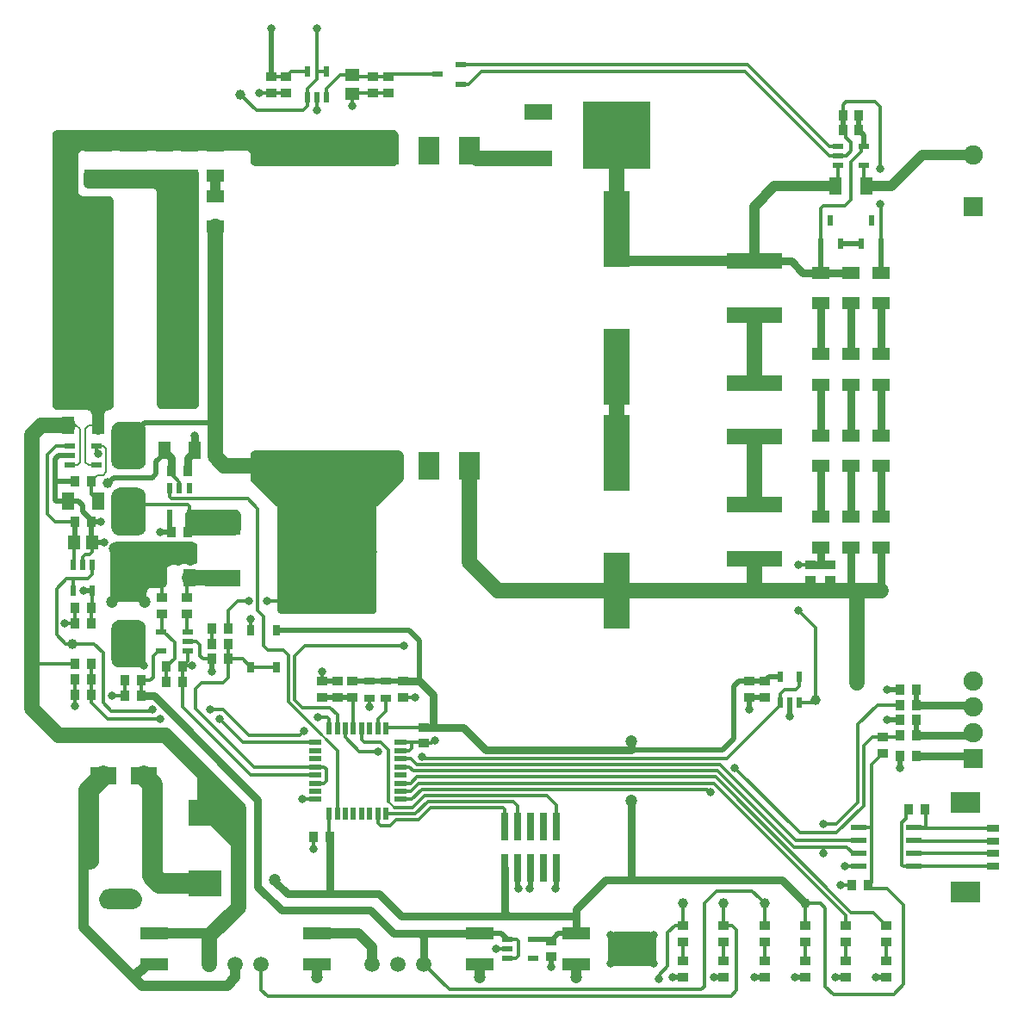
<source format=gtl>
G04 #@! TF.GenerationSoftware,KiCad,Pcbnew,5.1.4-e60b266~84~ubuntu18.04.1*
G04 #@! TF.CreationDate,2019-09-05T01:59:36+01:00*
G04 #@! TF.ProjectId,psu,7073752e-6b69-4636-9164-5f7063625858,1*
G04 #@! TF.SameCoordinates,Original*
G04 #@! TF.FileFunction,Copper,L1,Top*
G04 #@! TF.FilePolarity,Positive*
%FSLAX46Y46*%
G04 Gerber Fmt 4.6, Leading zero omitted, Abs format (unit mm)*
G04 Created by KiCad (PCBNEW 5.1.4-e60b266~84~ubuntu18.04.1) date 2019-09-05 01:59:36*
%MOMM*%
%LPD*%
G04 APERTURE LIST*
%ADD10R,0.600000X1.100000*%
%ADD11R,1.300000X0.800000*%
%ADD12R,3.000000X2.100000*%
%ADD13R,1.550000X0.600000*%
%ADD14R,0.950000X1.000000*%
%ADD15R,2.700000X1.150000*%
%ADD16R,1.000000X0.950000*%
%ADD17C,0.100000*%
%ADD18C,3.400000*%
%ADD19C,1.900000*%
%ADD20R,1.900000X1.900000*%
%ADD21R,1.800000X1.150000*%
%ADD22R,1.150000X1.800000*%
%ADD23R,1.000000X0.800000*%
%ADD24C,1.000000*%
%ADD25R,2.000000X2.750000*%
%ADD26R,1.000000X0.600000*%
%ADD27C,1.600000*%
%ADD28C,9.750000*%
%ADD29R,0.740000X2.790000*%
%ADD30C,2.000000*%
%ADD31R,1.100000X0.600000*%
%ADD32C,1.500000*%
%ADD33R,1.200000X0.500000*%
%ADD34R,0.500000X1.200000*%
%ADD35R,0.600000X1.000000*%
%ADD36R,6.700000X6.700000*%
%ADD37R,2.800000X1.600000*%
%ADD38R,0.800000X1.000000*%
%ADD39R,3.300000X2.500000*%
%ADD40R,2.500000X1.700000*%
%ADD41R,1.450000X1.150000*%
%ADD42R,5.400000X1.550000*%
%ADD43R,2.500000X7.500000*%
%ADD44R,4.100000X2.000000*%
%ADD45R,1.150000X1.450000*%
%ADD46C,0.800000*%
%ADD47C,1.200000*%
%ADD48C,2.000000*%
%ADD49C,1.000000*%
%ADD50C,0.300000*%
%ADD51C,1.500000*%
%ADD52C,0.500000*%
%ADD53C,0.800000*%
%ADD54C,0.200000*%
G04 APERTURE END LIST*
D10*
X107950000Y-107800000D03*
X106050000Y-107800000D03*
X106050000Y-105200000D03*
X107000000Y-105200000D03*
X107950000Y-105200000D03*
D11*
X196500000Y-134875000D03*
X196500000Y-133625000D03*
X196500000Y-132375000D03*
X196500000Y-131125000D03*
D12*
X193750000Y-137425000D03*
X193750000Y-128575000D03*
D13*
X188700000Y-131095000D03*
X188700000Y-132365000D03*
X188700000Y-133635000D03*
X188700000Y-134905000D03*
X183300000Y-134905000D03*
X183300000Y-133635000D03*
X183300000Y-132365000D03*
X183300000Y-131095000D03*
D14*
X188200000Y-129250000D03*
X189800000Y-129250000D03*
X182600000Y-136750000D03*
X184200000Y-136750000D03*
D15*
X146000000Y-144500000D03*
X146000000Y-141500000D03*
D10*
X175550000Y-116200000D03*
X177450000Y-116200000D03*
X177450000Y-118800000D03*
X176500000Y-118800000D03*
X175550000Y-118800000D03*
D16*
X174000000Y-118300000D03*
X174000000Y-116700000D03*
X172500000Y-118300000D03*
X172500000Y-116700000D03*
D17*
G36*
X112433315Y-91154093D02*
G01*
X112515827Y-91166333D01*
X112596742Y-91186601D01*
X112675281Y-91214702D01*
X112750687Y-91250367D01*
X112822235Y-91293251D01*
X112889234Y-91342941D01*
X112951041Y-91398959D01*
X113007059Y-91460766D01*
X113056749Y-91527765D01*
X113099633Y-91599313D01*
X113135298Y-91674719D01*
X113163399Y-91753258D01*
X113183667Y-91834173D01*
X113195907Y-91916685D01*
X113200000Y-92000000D01*
X113200000Y-95000000D01*
X113195907Y-95083315D01*
X113183667Y-95165827D01*
X113163399Y-95246742D01*
X113135298Y-95325281D01*
X113099633Y-95400687D01*
X113056749Y-95472235D01*
X113007059Y-95539234D01*
X112951041Y-95601041D01*
X112889234Y-95657059D01*
X112822235Y-95706749D01*
X112750687Y-95749633D01*
X112675281Y-95785298D01*
X112596742Y-95813399D01*
X112515827Y-95833667D01*
X112433315Y-95845907D01*
X112350000Y-95850000D01*
X110650000Y-95850000D01*
X110566685Y-95845907D01*
X110484173Y-95833667D01*
X110403258Y-95813399D01*
X110324719Y-95785298D01*
X110249313Y-95749633D01*
X110177765Y-95706749D01*
X110110766Y-95657059D01*
X110048959Y-95601041D01*
X109992941Y-95539234D01*
X109943251Y-95472235D01*
X109900367Y-95400687D01*
X109864702Y-95325281D01*
X109836601Y-95246742D01*
X109816333Y-95165827D01*
X109804093Y-95083315D01*
X109800000Y-95000000D01*
X109800000Y-92000000D01*
X109804093Y-91916685D01*
X109816333Y-91834173D01*
X109836601Y-91753258D01*
X109864702Y-91674719D01*
X109900367Y-91599313D01*
X109943251Y-91527765D01*
X109992941Y-91460766D01*
X110048959Y-91398959D01*
X110110766Y-91342941D01*
X110177765Y-91293251D01*
X110249313Y-91250367D01*
X110324719Y-91214702D01*
X110403258Y-91186601D01*
X110484173Y-91166333D01*
X110566685Y-91154093D01*
X110650000Y-91150000D01*
X112350000Y-91150000D01*
X112433315Y-91154093D01*
X112433315Y-91154093D01*
G37*
D18*
X111500000Y-93500000D03*
D17*
G36*
X112433315Y-104154093D02*
G01*
X112515827Y-104166333D01*
X112596742Y-104186601D01*
X112675281Y-104214702D01*
X112750687Y-104250367D01*
X112822235Y-104293251D01*
X112889234Y-104342941D01*
X112951041Y-104398959D01*
X113007059Y-104460766D01*
X113056749Y-104527765D01*
X113099633Y-104599313D01*
X113135298Y-104674719D01*
X113163399Y-104753258D01*
X113183667Y-104834173D01*
X113195907Y-104916685D01*
X113200000Y-105000000D01*
X113200000Y-108000000D01*
X113195907Y-108083315D01*
X113183667Y-108165827D01*
X113163399Y-108246742D01*
X113135298Y-108325281D01*
X113099633Y-108400687D01*
X113056749Y-108472235D01*
X113007059Y-108539234D01*
X112951041Y-108601041D01*
X112889234Y-108657059D01*
X112822235Y-108706749D01*
X112750687Y-108749633D01*
X112675281Y-108785298D01*
X112596742Y-108813399D01*
X112515827Y-108833667D01*
X112433315Y-108845907D01*
X112350000Y-108850000D01*
X110650000Y-108850000D01*
X110566685Y-108845907D01*
X110484173Y-108833667D01*
X110403258Y-108813399D01*
X110324719Y-108785298D01*
X110249313Y-108749633D01*
X110177765Y-108706749D01*
X110110766Y-108657059D01*
X110048959Y-108601041D01*
X109992941Y-108539234D01*
X109943251Y-108472235D01*
X109900367Y-108400687D01*
X109864702Y-108325281D01*
X109836601Y-108246742D01*
X109816333Y-108165827D01*
X109804093Y-108083315D01*
X109800000Y-108000000D01*
X109800000Y-105000000D01*
X109804093Y-104916685D01*
X109816333Y-104834173D01*
X109836601Y-104753258D01*
X109864702Y-104674719D01*
X109900367Y-104599313D01*
X109943251Y-104527765D01*
X109992941Y-104460766D01*
X110048959Y-104398959D01*
X110110766Y-104342941D01*
X110177765Y-104293251D01*
X110249313Y-104250367D01*
X110324719Y-104214702D01*
X110403258Y-104186601D01*
X110484173Y-104166333D01*
X110566685Y-104154093D01*
X110650000Y-104150000D01*
X112350000Y-104150000D01*
X112433315Y-104154093D01*
X112433315Y-104154093D01*
G37*
D18*
X111500000Y-106500000D03*
D17*
G36*
X112433315Y-110654093D02*
G01*
X112515827Y-110666333D01*
X112596742Y-110686601D01*
X112675281Y-110714702D01*
X112750687Y-110750367D01*
X112822235Y-110793251D01*
X112889234Y-110842941D01*
X112951041Y-110898959D01*
X113007059Y-110960766D01*
X113056749Y-111027765D01*
X113099633Y-111099313D01*
X113135298Y-111174719D01*
X113163399Y-111253258D01*
X113183667Y-111334173D01*
X113195907Y-111416685D01*
X113200000Y-111500000D01*
X113200000Y-114500000D01*
X113195907Y-114583315D01*
X113183667Y-114665827D01*
X113163399Y-114746742D01*
X113135298Y-114825281D01*
X113099633Y-114900687D01*
X113056749Y-114972235D01*
X113007059Y-115039234D01*
X112951041Y-115101041D01*
X112889234Y-115157059D01*
X112822235Y-115206749D01*
X112750687Y-115249633D01*
X112675281Y-115285298D01*
X112596742Y-115313399D01*
X112515827Y-115333667D01*
X112433315Y-115345907D01*
X112350000Y-115350000D01*
X110650000Y-115350000D01*
X110566685Y-115345907D01*
X110484173Y-115333667D01*
X110403258Y-115313399D01*
X110324719Y-115285298D01*
X110249313Y-115249633D01*
X110177765Y-115206749D01*
X110110766Y-115157059D01*
X110048959Y-115101041D01*
X109992941Y-115039234D01*
X109943251Y-114972235D01*
X109900367Y-114900687D01*
X109864702Y-114825281D01*
X109836601Y-114746742D01*
X109816333Y-114665827D01*
X109804093Y-114583315D01*
X109800000Y-114500000D01*
X109800000Y-111500000D01*
X109804093Y-111416685D01*
X109816333Y-111334173D01*
X109836601Y-111253258D01*
X109864702Y-111174719D01*
X109900367Y-111099313D01*
X109943251Y-111027765D01*
X109992941Y-110960766D01*
X110048959Y-110898959D01*
X110110766Y-110842941D01*
X110177765Y-110793251D01*
X110249313Y-110750367D01*
X110324719Y-110714702D01*
X110403258Y-110686601D01*
X110484173Y-110666333D01*
X110566685Y-110654093D01*
X110650000Y-110650000D01*
X112350000Y-110650000D01*
X112433315Y-110654093D01*
X112433315Y-110654093D01*
G37*
D18*
X111500000Y-113000000D03*
D17*
G36*
X112433315Y-97654093D02*
G01*
X112515827Y-97666333D01*
X112596742Y-97686601D01*
X112675281Y-97714702D01*
X112750687Y-97750367D01*
X112822235Y-97793251D01*
X112889234Y-97842941D01*
X112951041Y-97898959D01*
X113007059Y-97960766D01*
X113056749Y-98027765D01*
X113099633Y-98099313D01*
X113135298Y-98174719D01*
X113163399Y-98253258D01*
X113183667Y-98334173D01*
X113195907Y-98416685D01*
X113200000Y-98500000D01*
X113200000Y-101500000D01*
X113195907Y-101583315D01*
X113183667Y-101665827D01*
X113163399Y-101746742D01*
X113135298Y-101825281D01*
X113099633Y-101900687D01*
X113056749Y-101972235D01*
X113007059Y-102039234D01*
X112951041Y-102101041D01*
X112889234Y-102157059D01*
X112822235Y-102206749D01*
X112750687Y-102249633D01*
X112675281Y-102285298D01*
X112596742Y-102313399D01*
X112515827Y-102333667D01*
X112433315Y-102345907D01*
X112350000Y-102350000D01*
X110650000Y-102350000D01*
X110566685Y-102345907D01*
X110484173Y-102333667D01*
X110403258Y-102313399D01*
X110324719Y-102285298D01*
X110249313Y-102249633D01*
X110177765Y-102206749D01*
X110110766Y-102157059D01*
X110048959Y-102101041D01*
X109992941Y-102039234D01*
X109943251Y-101972235D01*
X109900367Y-101900687D01*
X109864702Y-101825281D01*
X109836601Y-101746742D01*
X109816333Y-101665827D01*
X109804093Y-101583315D01*
X109800000Y-101500000D01*
X109800000Y-98500000D01*
X109804093Y-98416685D01*
X109816333Y-98334173D01*
X109836601Y-98253258D01*
X109864702Y-98174719D01*
X109900367Y-98099313D01*
X109943251Y-98027765D01*
X109992941Y-97960766D01*
X110048959Y-97898959D01*
X110110766Y-97842941D01*
X110177765Y-97793251D01*
X110249313Y-97750367D01*
X110324719Y-97714702D01*
X110403258Y-97686601D01*
X110484173Y-97666333D01*
X110566685Y-97654093D01*
X110650000Y-97650000D01*
X112350000Y-97650000D01*
X112433315Y-97654093D01*
X112433315Y-97654093D01*
G37*
D18*
X111500000Y-100000000D03*
D17*
G36*
X162583315Y-141304093D02*
G01*
X162665827Y-141316333D01*
X162746742Y-141336601D01*
X162825281Y-141364702D01*
X162900687Y-141400367D01*
X162972235Y-141443251D01*
X163039234Y-141492941D01*
X163101041Y-141548959D01*
X163157059Y-141610766D01*
X163206749Y-141677765D01*
X163249633Y-141749313D01*
X163285298Y-141824719D01*
X163313399Y-141903258D01*
X163333667Y-141984173D01*
X163345907Y-142066685D01*
X163350000Y-142150000D01*
X163350000Y-143850000D01*
X163345907Y-143933315D01*
X163333667Y-144015827D01*
X163313399Y-144096742D01*
X163285298Y-144175281D01*
X163249633Y-144250687D01*
X163206749Y-144322235D01*
X163157059Y-144389234D01*
X163101041Y-144451041D01*
X163039234Y-144507059D01*
X162972235Y-144556749D01*
X162900687Y-144599633D01*
X162825281Y-144635298D01*
X162746742Y-144663399D01*
X162665827Y-144683667D01*
X162583315Y-144695907D01*
X162500000Y-144700000D01*
X159500000Y-144700000D01*
X159416685Y-144695907D01*
X159334173Y-144683667D01*
X159253258Y-144663399D01*
X159174719Y-144635298D01*
X159099313Y-144599633D01*
X159027765Y-144556749D01*
X158960766Y-144507059D01*
X158898959Y-144451041D01*
X158842941Y-144389234D01*
X158793251Y-144322235D01*
X158750367Y-144250687D01*
X158714702Y-144175281D01*
X158686601Y-144096742D01*
X158666333Y-144015827D01*
X158654093Y-143933315D01*
X158650000Y-143850000D01*
X158650000Y-142150000D01*
X158654093Y-142066685D01*
X158666333Y-141984173D01*
X158686601Y-141903258D01*
X158714702Y-141824719D01*
X158750367Y-141749313D01*
X158793251Y-141677765D01*
X158842941Y-141610766D01*
X158898959Y-141548959D01*
X158960766Y-141492941D01*
X159027765Y-141443251D01*
X159099313Y-141400367D01*
X159174719Y-141364702D01*
X159253258Y-141336601D01*
X159334173Y-141316333D01*
X159416685Y-141304093D01*
X159500000Y-141300000D01*
X162500000Y-141300000D01*
X162583315Y-141304093D01*
X162583315Y-141304093D01*
G37*
D18*
X161000000Y-143000000D03*
D19*
X194500000Y-64960000D03*
D20*
X194500000Y-70040000D03*
D21*
X185500000Y-103500000D03*
X185500000Y-100500000D03*
X185500000Y-95500000D03*
X185500000Y-92500000D03*
X185500000Y-87500000D03*
X185500000Y-84500000D03*
X185500000Y-79500000D03*
X185500000Y-76500000D03*
X179500000Y-103500000D03*
X179500000Y-100500000D03*
X179500000Y-95500000D03*
X179500000Y-92500000D03*
X179500000Y-87500000D03*
X179500000Y-84500000D03*
X179500000Y-79500000D03*
X179500000Y-76500000D03*
D22*
X105500000Y-99000000D03*
X108500000Y-99000000D03*
D23*
X136800000Y-116650000D03*
X136800000Y-118350000D03*
X135200000Y-118350000D03*
X135200000Y-116650000D03*
D24*
X122500000Y-59000000D03*
X179000000Y-118500000D03*
X106000000Y-113000000D03*
X178000000Y-138500000D03*
X174000000Y-138500000D03*
X170000000Y-138500000D03*
X166000000Y-138500000D03*
D25*
X125000000Y-64525000D03*
X129000000Y-64525000D03*
X133000000Y-64525000D03*
X137000000Y-64525000D03*
X141000000Y-64525000D03*
X145000000Y-64525000D03*
X145000000Y-95475000D03*
X141000000Y-95475000D03*
X137000000Y-95475000D03*
X133000000Y-95475000D03*
X129000000Y-95475000D03*
X125000000Y-95475000D03*
D22*
X181000000Y-68000000D03*
X184000000Y-68000000D03*
D16*
X135500000Y-58800000D03*
X135500000Y-57200000D03*
X137000000Y-58800000D03*
X137000000Y-57200000D03*
D21*
X182500000Y-103500000D03*
X182500000Y-100500000D03*
X182500000Y-95500000D03*
X182500000Y-92500000D03*
X182500000Y-87500000D03*
X182500000Y-84500000D03*
X182500000Y-79500000D03*
X182500000Y-76500000D03*
D16*
X180500000Y-106800000D03*
X180500000Y-105200000D03*
D14*
X115200000Y-116750000D03*
X116800000Y-116750000D03*
X115200000Y-115250000D03*
X116800000Y-115250000D03*
D16*
X114750000Y-108450000D03*
X114750000Y-110050000D03*
X117250000Y-108450000D03*
X117250000Y-110050000D03*
D14*
X119700000Y-114500000D03*
X121300000Y-114500000D03*
X121300000Y-113000000D03*
X119700000Y-113000000D03*
X119700000Y-111500000D03*
X121300000Y-111500000D03*
D22*
X114500000Y-106500000D03*
X117500000Y-106500000D03*
D21*
X120000000Y-72000000D03*
X120000000Y-69000000D03*
D14*
X115700000Y-102000000D03*
X117300000Y-102000000D03*
X107800000Y-101000000D03*
X106200000Y-101000000D03*
D22*
X108500000Y-91500000D03*
X105500000Y-91500000D03*
D14*
X187300000Y-122000000D03*
X188900000Y-122000000D03*
X187300000Y-119000000D03*
X188900000Y-119000000D03*
D16*
X185600000Y-123800000D03*
X185600000Y-122200000D03*
X178000000Y-142300000D03*
X178000000Y-140700000D03*
X182000000Y-142300000D03*
X182000000Y-140700000D03*
X186000000Y-142300000D03*
X186000000Y-140700000D03*
X174000000Y-142300000D03*
X174000000Y-140700000D03*
X170000000Y-142300000D03*
X170000000Y-140700000D03*
D14*
X106200000Y-116500000D03*
X107800000Y-116500000D03*
X107800000Y-115000000D03*
X106200000Y-115000000D03*
D16*
X166000000Y-142300000D03*
X166000000Y-140700000D03*
D26*
X141850000Y-57000000D03*
X144150000Y-56050000D03*
X144150000Y-57950000D03*
D17*
G36*
X122385523Y-105740478D02*
G01*
X122395153Y-105741906D01*
X122404596Y-105744272D01*
X122413762Y-105747551D01*
X122422563Y-105751713D01*
X122430913Y-105756718D01*
X122438732Y-105762517D01*
X122445945Y-105769055D01*
X122452483Y-105776268D01*
X122458282Y-105784087D01*
X122463287Y-105792437D01*
X122467449Y-105801238D01*
X122470728Y-105810404D01*
X122473094Y-105819847D01*
X122474522Y-105829477D01*
X122475000Y-105839200D01*
X122475000Y-107240800D01*
X122474522Y-107250523D01*
X122473094Y-107260153D01*
X122470728Y-107269596D01*
X122467449Y-107278762D01*
X122463287Y-107287563D01*
X122458282Y-107295913D01*
X122452483Y-107303732D01*
X122445945Y-107310945D01*
X122438732Y-107317483D01*
X122430913Y-107323282D01*
X122422563Y-107328287D01*
X122413762Y-107332449D01*
X122404596Y-107335728D01*
X122395153Y-107338094D01*
X122385523Y-107339522D01*
X122375800Y-107340000D01*
X119074200Y-107340000D01*
X119064477Y-107339522D01*
X119054847Y-107338094D01*
X119045404Y-107335728D01*
X119036238Y-107332449D01*
X119027437Y-107328287D01*
X119019087Y-107323282D01*
X119011268Y-107317483D01*
X119004055Y-107310945D01*
X118997517Y-107303732D01*
X118991718Y-107295913D01*
X118986713Y-107287563D01*
X118982551Y-107278762D01*
X118979272Y-107269596D01*
X118976906Y-107260153D01*
X118975478Y-107250523D01*
X118975000Y-107240800D01*
X118975000Y-105839200D01*
X118975478Y-105829477D01*
X118976906Y-105819847D01*
X118979272Y-105810404D01*
X118982551Y-105801238D01*
X118986713Y-105792437D01*
X118991718Y-105784087D01*
X118997517Y-105776268D01*
X119004055Y-105769055D01*
X119011268Y-105762517D01*
X119019087Y-105756718D01*
X119027437Y-105751713D01*
X119036238Y-105747551D01*
X119045404Y-105744272D01*
X119054847Y-105741906D01*
X119064477Y-105740478D01*
X119074200Y-105740000D01*
X122375800Y-105740000D01*
X122385523Y-105740478D01*
X122385523Y-105740478D01*
G37*
D27*
X120725000Y-106540000D03*
D17*
G36*
X122385523Y-100660478D02*
G01*
X122395153Y-100661906D01*
X122404596Y-100664272D01*
X122413762Y-100667551D01*
X122422563Y-100671713D01*
X122430913Y-100676718D01*
X122438732Y-100682517D01*
X122445945Y-100689055D01*
X122452483Y-100696268D01*
X122458282Y-100704087D01*
X122463287Y-100712437D01*
X122467449Y-100721238D01*
X122470728Y-100730404D01*
X122473094Y-100739847D01*
X122474522Y-100749477D01*
X122475000Y-100759200D01*
X122475000Y-102160800D01*
X122474522Y-102170523D01*
X122473094Y-102180153D01*
X122470728Y-102189596D01*
X122467449Y-102198762D01*
X122463287Y-102207563D01*
X122458282Y-102215913D01*
X122452483Y-102223732D01*
X122445945Y-102230945D01*
X122438732Y-102237483D01*
X122430913Y-102243282D01*
X122422563Y-102248287D01*
X122413762Y-102252449D01*
X122404596Y-102255728D01*
X122395153Y-102258094D01*
X122385523Y-102259522D01*
X122375800Y-102260000D01*
X119074200Y-102260000D01*
X119064477Y-102259522D01*
X119054847Y-102258094D01*
X119045404Y-102255728D01*
X119036238Y-102252449D01*
X119027437Y-102248287D01*
X119019087Y-102243282D01*
X119011268Y-102237483D01*
X119004055Y-102230945D01*
X118997517Y-102223732D01*
X118991718Y-102215913D01*
X118986713Y-102207563D01*
X118982551Y-102198762D01*
X118979272Y-102189596D01*
X118976906Y-102180153D01*
X118975478Y-102170523D01*
X118975000Y-102160800D01*
X118975000Y-100759200D01*
X118975478Y-100749477D01*
X118976906Y-100739847D01*
X118979272Y-100730404D01*
X118982551Y-100721238D01*
X118986713Y-100712437D01*
X118991718Y-100704087D01*
X118997517Y-100696268D01*
X119004055Y-100689055D01*
X119011268Y-100682517D01*
X119019087Y-100676718D01*
X119027437Y-100671713D01*
X119036238Y-100667551D01*
X119045404Y-100664272D01*
X119054847Y-100661906D01*
X119064477Y-100660478D01*
X119074200Y-100660000D01*
X122375800Y-100660000D01*
X122385523Y-100660478D01*
X122385523Y-100660478D01*
G37*
D27*
X120725000Y-101460000D03*
D17*
G36*
X135426490Y-97902394D02*
G01*
X135474759Y-97909555D01*
X135522095Y-97921411D01*
X135568040Y-97937851D01*
X135612153Y-97958715D01*
X135654008Y-97983802D01*
X135693202Y-98012870D01*
X135729359Y-98045641D01*
X135762130Y-98081798D01*
X135791198Y-98120992D01*
X135816285Y-98162847D01*
X135837149Y-98206960D01*
X135853589Y-98252905D01*
X135865445Y-98300241D01*
X135872606Y-98348510D01*
X135875000Y-98397249D01*
X135875000Y-109602751D01*
X135872606Y-109651490D01*
X135865445Y-109699759D01*
X135853589Y-109747095D01*
X135837149Y-109793040D01*
X135816285Y-109837153D01*
X135791198Y-109879008D01*
X135762130Y-109918202D01*
X135729359Y-109954359D01*
X135693202Y-109987130D01*
X135654008Y-110016198D01*
X135612153Y-110041285D01*
X135568040Y-110062149D01*
X135522095Y-110078589D01*
X135474759Y-110090445D01*
X135426490Y-110097606D01*
X135377751Y-110100000D01*
X126622249Y-110100000D01*
X126573510Y-110097606D01*
X126525241Y-110090445D01*
X126477905Y-110078589D01*
X126431960Y-110062149D01*
X126387847Y-110041285D01*
X126345992Y-110016198D01*
X126306798Y-109987130D01*
X126270641Y-109954359D01*
X126237870Y-109918202D01*
X126208802Y-109879008D01*
X126183715Y-109837153D01*
X126162851Y-109793040D01*
X126146411Y-109747095D01*
X126134555Y-109699759D01*
X126127394Y-109651490D01*
X126125000Y-109602751D01*
X126125000Y-98397249D01*
X126127394Y-98348510D01*
X126134555Y-98300241D01*
X126146411Y-98252905D01*
X126162851Y-98206960D01*
X126183715Y-98162847D01*
X126208802Y-98120992D01*
X126237870Y-98081798D01*
X126270641Y-98045641D01*
X126306798Y-98012870D01*
X126345992Y-97983802D01*
X126387847Y-97958715D01*
X126431960Y-97937851D01*
X126477905Y-97921411D01*
X126525241Y-97909555D01*
X126573510Y-97902394D01*
X126622249Y-97900000D01*
X135377751Y-97900000D01*
X135426490Y-97902394D01*
X135426490Y-97902394D01*
G37*
D28*
X131000000Y-104000000D03*
D29*
X153540000Y-130965000D03*
X153540000Y-135035000D03*
X152270000Y-130965000D03*
X152270000Y-135035000D03*
X151000000Y-130965000D03*
X151000000Y-135035000D03*
X149730000Y-130965000D03*
X149730000Y-135035000D03*
X148460000Y-130965000D03*
X148460000Y-135035000D03*
D16*
X133500000Y-116700000D03*
X133500000Y-118300000D03*
D19*
X194500000Y-116690000D03*
X194500000Y-119230000D03*
X194500000Y-121770000D03*
D20*
X194500000Y-124310000D03*
D17*
G36*
X107698018Y-131004815D02*
G01*
X107795091Y-131019215D01*
X107890286Y-131043060D01*
X107982684Y-131076120D01*
X108071398Y-131118079D01*
X108155571Y-131168530D01*
X108234394Y-131226990D01*
X108307108Y-131292893D01*
X108373011Y-131365607D01*
X108431471Y-131444430D01*
X108481922Y-131528603D01*
X108523881Y-131617317D01*
X108556941Y-131709715D01*
X108580786Y-131804910D01*
X108595186Y-131901983D01*
X108600001Y-132000000D01*
X108600001Y-134200000D01*
X108595186Y-134298017D01*
X108580786Y-134395090D01*
X108556941Y-134490285D01*
X108523881Y-134582683D01*
X108481922Y-134671397D01*
X108431471Y-134755570D01*
X108373011Y-134834393D01*
X108307108Y-134907107D01*
X108234394Y-134973010D01*
X108155571Y-135031470D01*
X108071398Y-135081921D01*
X107982684Y-135123880D01*
X107890286Y-135156940D01*
X107795091Y-135180785D01*
X107698018Y-135195185D01*
X107600001Y-135200000D01*
X107599999Y-135200000D01*
X107501982Y-135195185D01*
X107404909Y-135180785D01*
X107309714Y-135156940D01*
X107217316Y-135123880D01*
X107128602Y-135081921D01*
X107044429Y-135031470D01*
X106965606Y-134973010D01*
X106892892Y-134907107D01*
X106826989Y-134834393D01*
X106768529Y-134755570D01*
X106718078Y-134671397D01*
X106676119Y-134582683D01*
X106643059Y-134490285D01*
X106619214Y-134395090D01*
X106604814Y-134298017D01*
X106599999Y-134200000D01*
X106599999Y-132000000D01*
X106604814Y-131901983D01*
X106619214Y-131804910D01*
X106643059Y-131709715D01*
X106676119Y-131617317D01*
X106718078Y-131528603D01*
X106768529Y-131444430D01*
X106826989Y-131365607D01*
X106892892Y-131292893D01*
X106965606Y-131226990D01*
X107044429Y-131168530D01*
X107128602Y-131118079D01*
X107217316Y-131076120D01*
X107309714Y-131043060D01*
X107404909Y-131019215D01*
X107501982Y-131004815D01*
X107599999Y-131000000D01*
X107600001Y-131000000D01*
X107698018Y-131004815D01*
X107698018Y-131004815D01*
G37*
D30*
X107600000Y-133100000D03*
D17*
G36*
X111898017Y-137104814D02*
G01*
X111995090Y-137119214D01*
X112090285Y-137143059D01*
X112182683Y-137176119D01*
X112271397Y-137218078D01*
X112355570Y-137268529D01*
X112434393Y-137326989D01*
X112507107Y-137392892D01*
X112573010Y-137465606D01*
X112631470Y-137544429D01*
X112681921Y-137628602D01*
X112723880Y-137717316D01*
X112756940Y-137809714D01*
X112780785Y-137904909D01*
X112795185Y-138001982D01*
X112800000Y-138099999D01*
X112800000Y-138100001D01*
X112795185Y-138198018D01*
X112780785Y-138295091D01*
X112756940Y-138390286D01*
X112723880Y-138482684D01*
X112681921Y-138571398D01*
X112631470Y-138655571D01*
X112573010Y-138734394D01*
X112507107Y-138807108D01*
X112434393Y-138873011D01*
X112355570Y-138931471D01*
X112271397Y-138981922D01*
X112182683Y-139023881D01*
X112090285Y-139056941D01*
X111995090Y-139080786D01*
X111898017Y-139095186D01*
X111800000Y-139100001D01*
X109600000Y-139100001D01*
X109501983Y-139095186D01*
X109404910Y-139080786D01*
X109309715Y-139056941D01*
X109217317Y-139023881D01*
X109128603Y-138981922D01*
X109044430Y-138931471D01*
X108965607Y-138873011D01*
X108892893Y-138807108D01*
X108826990Y-138734394D01*
X108768530Y-138655571D01*
X108718079Y-138571398D01*
X108676120Y-138482684D01*
X108643060Y-138390286D01*
X108619215Y-138295091D01*
X108604815Y-138198018D01*
X108600000Y-138100001D01*
X108600000Y-138099999D01*
X108604815Y-138001982D01*
X108619215Y-137904909D01*
X108643060Y-137809714D01*
X108676120Y-137717316D01*
X108718079Y-137628602D01*
X108768530Y-137544429D01*
X108826990Y-137465606D01*
X108892893Y-137392892D01*
X108965607Y-137326989D01*
X109044430Y-137268529D01*
X109128603Y-137218078D01*
X109217317Y-137176119D01*
X109309715Y-137143059D01*
X109404910Y-137119214D01*
X109501983Y-137104814D01*
X109600000Y-137099999D01*
X111800000Y-137099999D01*
X111898017Y-137104814D01*
X111898017Y-137104814D01*
G37*
D30*
X110700000Y-138100000D03*
D17*
G36*
X113898018Y-131004815D02*
G01*
X113995091Y-131019215D01*
X114090286Y-131043060D01*
X114182684Y-131076120D01*
X114271398Y-131118079D01*
X114355571Y-131168530D01*
X114434394Y-131226990D01*
X114507108Y-131292893D01*
X114573011Y-131365607D01*
X114631471Y-131444430D01*
X114681922Y-131528603D01*
X114723881Y-131617317D01*
X114756941Y-131709715D01*
X114780786Y-131804910D01*
X114795186Y-131901983D01*
X114800001Y-132000000D01*
X114800001Y-134200000D01*
X114795186Y-134298017D01*
X114780786Y-134395090D01*
X114756941Y-134490285D01*
X114723881Y-134582683D01*
X114681922Y-134671397D01*
X114631471Y-134755570D01*
X114573011Y-134834393D01*
X114507108Y-134907107D01*
X114434394Y-134973010D01*
X114355571Y-135031470D01*
X114271398Y-135081921D01*
X114182684Y-135123880D01*
X114090286Y-135156940D01*
X113995091Y-135180785D01*
X113898018Y-135195185D01*
X113800001Y-135200000D01*
X113799999Y-135200000D01*
X113701982Y-135195185D01*
X113604909Y-135180785D01*
X113509714Y-135156940D01*
X113417316Y-135123880D01*
X113328602Y-135081921D01*
X113244429Y-135031470D01*
X113165606Y-134973010D01*
X113092892Y-134907107D01*
X113026989Y-134834393D01*
X112968529Y-134755570D01*
X112918078Y-134671397D01*
X112876119Y-134582683D01*
X112843059Y-134490285D01*
X112819214Y-134395090D01*
X112804814Y-134298017D01*
X112799999Y-134200000D01*
X112799999Y-132000000D01*
X112804814Y-131901983D01*
X112819214Y-131804910D01*
X112843059Y-131709715D01*
X112876119Y-131617317D01*
X112918078Y-131528603D01*
X112968529Y-131444430D01*
X113026989Y-131365607D01*
X113092892Y-131292893D01*
X113165606Y-131226990D01*
X113244429Y-131168530D01*
X113328602Y-131118079D01*
X113417316Y-131076120D01*
X113509714Y-131043060D01*
X113604909Y-131019215D01*
X113701982Y-131004815D01*
X113799999Y-131000000D01*
X113800001Y-131000000D01*
X113898018Y-131004815D01*
X113898018Y-131004815D01*
G37*
D30*
X113800000Y-133100000D03*
D10*
X129050000Y-56700000D03*
X130950000Y-56700000D03*
X130950000Y-59300000D03*
X130000000Y-59300000D03*
X129050000Y-59300000D03*
D31*
X183800000Y-64050000D03*
X183800000Y-65950000D03*
X181200000Y-65950000D03*
X181200000Y-65000000D03*
X181200000Y-64050000D03*
X114700000Y-113700000D03*
X114700000Y-111800000D03*
X117300000Y-111800000D03*
X117300000Y-112750000D03*
X117300000Y-113700000D03*
D10*
X117450000Y-100300000D03*
X115550000Y-100300000D03*
X115550000Y-97700000D03*
X116500000Y-97700000D03*
X117450000Y-97700000D03*
D31*
X108300000Y-93550000D03*
X108300000Y-95450000D03*
X105700000Y-95450000D03*
X105700000Y-94500000D03*
X105700000Y-93550000D03*
X151300000Y-142050000D03*
X151300000Y-143950000D03*
X148700000Y-143950000D03*
X148700000Y-143000000D03*
X148700000Y-142050000D03*
D32*
X140540000Y-144500000D03*
X138000000Y-144500000D03*
X135460000Y-144500000D03*
D33*
X138200000Y-122700000D03*
X138200000Y-123500000D03*
X138200000Y-124300000D03*
X138200000Y-125100000D03*
X138200000Y-125900000D03*
X138200000Y-126700000D03*
X138200000Y-127500000D03*
X138200000Y-128300000D03*
D34*
X136800000Y-129700000D03*
X136000000Y-129700000D03*
X135200000Y-129700000D03*
X134400000Y-129700000D03*
X133600000Y-129700000D03*
X132800000Y-129700000D03*
X132000000Y-129700000D03*
X131200000Y-129700000D03*
D33*
X129800000Y-128300000D03*
X129800000Y-127500000D03*
X129800000Y-126700000D03*
X129800000Y-125900000D03*
X129800000Y-125100000D03*
X129800000Y-124300000D03*
X129800000Y-123500000D03*
X129800000Y-122700000D03*
D34*
X131200000Y-121300000D03*
X132000000Y-121300000D03*
X132800000Y-121300000D03*
X133600000Y-121300000D03*
X134400000Y-121300000D03*
X135200000Y-121300000D03*
X136000000Y-121300000D03*
X136800000Y-121300000D03*
D32*
X124540000Y-144500000D03*
X122000000Y-144500000D03*
X119460000Y-144500000D03*
D35*
X184500000Y-71350000D03*
X185450000Y-73650000D03*
X183550000Y-73650000D03*
X180500000Y-71350000D03*
X181450000Y-73650000D03*
X179550000Y-73650000D03*
D36*
X159500000Y-63000000D03*
D37*
X151750000Y-60714000D03*
X151750000Y-65286000D03*
D38*
X123500000Y-111700000D03*
X123500000Y-115300000D03*
X126000000Y-115300000D03*
X126000000Y-111700000D03*
D14*
X187300000Y-124000000D03*
X188900000Y-124000000D03*
X187300000Y-120500000D03*
X188900000Y-120500000D03*
X187300000Y-117500000D03*
X188900000Y-117500000D03*
D16*
X178000000Y-144200000D03*
X178000000Y-145800000D03*
X182000000Y-144200000D03*
X182000000Y-145800000D03*
X186000000Y-144200000D03*
X186000000Y-145800000D03*
X174000000Y-144200000D03*
X174000000Y-145800000D03*
X170000000Y-144200000D03*
X170000000Y-145800000D03*
X166000000Y-144200000D03*
X166000000Y-145800000D03*
D39*
X119000000Y-136550000D03*
X119000000Y-129650000D03*
D40*
X109000000Y-126000000D03*
X113000000Y-126000000D03*
D41*
X133500000Y-58900000D03*
X133500000Y-57100000D03*
D16*
X125500000Y-58800000D03*
X125500000Y-57200000D03*
X127000000Y-58800000D03*
X127000000Y-57200000D03*
D14*
X181700000Y-62500000D03*
X183300000Y-62500000D03*
X183300000Y-61000000D03*
X181700000Y-61000000D03*
D16*
X178500000Y-106800000D03*
X178500000Y-105200000D03*
D42*
X173000000Y-104650000D03*
X173000000Y-99350000D03*
X173000000Y-92650000D03*
X173000000Y-87350000D03*
X173000000Y-80650000D03*
X173000000Y-75350000D03*
D14*
X111100000Y-118100000D03*
X112700000Y-118100000D03*
D43*
X159500000Y-94250000D03*
X159500000Y-107750000D03*
X159500000Y-72250000D03*
X159500000Y-85750000D03*
D14*
X111100000Y-116600000D03*
X112700000Y-116600000D03*
D21*
X120000000Y-67000000D03*
X120000000Y-64000000D03*
D14*
X117300000Y-96000000D03*
X115700000Y-96000000D03*
D21*
X115000000Y-67000000D03*
X115000000Y-64000000D03*
D22*
X118000000Y-94000000D03*
X115000000Y-94000000D03*
D21*
X117500000Y-67000000D03*
X117500000Y-64000000D03*
D15*
X108500000Y-67000000D03*
X108500000Y-64000000D03*
X112000000Y-67000000D03*
X112000000Y-64000000D03*
D44*
X107650000Y-73500000D03*
X116350000Y-73500000D03*
X107650000Y-84500000D03*
X116350000Y-84500000D03*
D45*
X107900000Y-103000000D03*
X106100000Y-103000000D03*
D14*
X106200000Y-111000000D03*
X107800000Y-111000000D03*
X106200000Y-97000000D03*
X107800000Y-97000000D03*
X106200000Y-109500000D03*
X107800000Y-109500000D03*
D16*
X153000000Y-143800000D03*
X153000000Y-142200000D03*
D15*
X130000000Y-144500000D03*
X130000000Y-141500000D03*
D16*
X132000000Y-116700000D03*
X132000000Y-118300000D03*
X130500000Y-116700000D03*
X130500000Y-118300000D03*
D15*
X114000000Y-144500000D03*
X114000000Y-141500000D03*
D14*
X129700000Y-132000000D03*
X131300000Y-132000000D03*
D16*
X140500000Y-122800000D03*
X140500000Y-121200000D03*
X138500000Y-118300000D03*
X138500000Y-116700000D03*
D15*
X155500000Y-144500000D03*
X155500000Y-141500000D03*
D14*
X106200000Y-118000000D03*
X107800000Y-118000000D03*
D46*
X158900000Y-144400000D03*
X158900000Y-141600000D03*
X105200000Y-111000000D03*
X130500000Y-115700000D03*
X139700000Y-118300000D03*
X135200000Y-119200000D03*
X181900000Y-134900000D03*
X163100000Y-144400000D03*
X163100000Y-141600000D03*
X172500000Y-119500000D03*
X176500000Y-120100000D03*
X186100000Y-117500000D03*
X186100000Y-120500000D03*
X187300000Y-125200000D03*
X149800000Y-137100000D03*
X150900000Y-137100000D03*
X153500000Y-137100000D03*
D47*
X185500000Y-107750000D03*
X184300000Y-107750000D03*
X183100000Y-107750000D03*
X183100000Y-115600000D03*
X183100000Y-116800000D03*
D46*
X130000000Y-60500000D03*
X124350000Y-58800000D03*
X133500000Y-60150000D03*
D47*
X130000000Y-145750000D03*
D46*
X165000000Y-145800000D03*
X169000000Y-145800000D03*
X173000000Y-145800000D03*
X177000000Y-145800000D03*
X185000000Y-145800000D03*
X147650000Y-143000000D03*
D47*
X146000000Y-145750000D03*
X155500000Y-145750000D03*
D46*
X153000000Y-144750000D03*
X181000000Y-145800000D03*
D47*
X115000000Y-68500000D03*
X116250000Y-68500000D03*
X117500000Y-68500000D03*
X117500000Y-71000000D03*
X116250000Y-71000000D03*
X115000000Y-71000000D03*
X115000000Y-75500000D03*
X117500000Y-75500000D03*
X116250000Y-75500000D03*
X115000000Y-80500000D03*
X116250000Y-80500000D03*
X117500000Y-80500000D03*
X117500000Y-78000000D03*
X116250000Y-78000000D03*
X115000000Y-78000000D03*
X115000000Y-82750000D03*
X116250000Y-82750000D03*
X117500000Y-82750000D03*
X115000000Y-86250000D03*
X116250000Y-86250000D03*
X117500000Y-86250000D03*
X115000000Y-89250000D03*
X116250000Y-89250000D03*
X117500000Y-89250000D03*
X117600000Y-103600000D03*
X117600000Y-104700000D03*
X116400000Y-104700000D03*
X116400000Y-103600000D03*
X115200000Y-103600000D03*
X115200000Y-104700000D03*
X114000000Y-104700000D03*
X114100000Y-103600000D03*
X112900000Y-103600000D03*
X110100000Y-103600000D03*
X109900000Y-108900000D03*
X113100000Y-108900000D03*
D46*
X114600000Y-102000000D03*
X118000000Y-92500000D03*
X129700000Y-133200000D03*
X181500000Y-136700000D03*
X109900000Y-118100000D03*
X128600000Y-128300000D03*
X123500000Y-110600000D03*
X119700000Y-115700000D03*
X141600000Y-122500000D03*
X106200000Y-119100000D03*
X108800000Y-101000000D03*
X109100000Y-103000000D03*
X114600000Y-120400000D03*
X120400000Y-120400000D03*
D47*
X160900000Y-128400000D03*
X160900000Y-122600000D03*
X125900000Y-136200000D03*
D46*
X125500000Y-52500000D03*
X107100000Y-107800000D03*
X163600000Y-146000000D03*
X108500000Y-94300000D03*
X102000000Y-96000000D03*
D24*
X109472367Y-97229891D03*
D46*
X136000000Y-123600000D03*
X140300000Y-124100000D03*
X179800000Y-133600000D03*
X179800000Y-130700000D03*
X168700000Y-127600000D03*
X171100000Y-125200000D03*
X113000000Y-115100000D03*
X117700000Y-115100000D03*
X130000000Y-52500000D03*
X138600000Y-113200000D03*
X113800000Y-119500000D03*
X119500000Y-119500000D03*
X128700000Y-121600000D03*
X130100000Y-120200000D03*
X185400000Y-69800000D03*
X185400000Y-66300000D03*
X123300000Y-108800000D03*
X125100000Y-108800000D03*
X177350000Y-105200000D03*
X177350000Y-109750000D03*
D48*
X107600000Y-127400000D02*
X109000000Y-126000000D01*
X107600000Y-133100000D02*
X107600000Y-127400000D01*
D49*
X108500000Y-67000000D02*
X112000000Y-67000000D01*
X112000000Y-67000000D02*
X115000000Y-67000000D01*
X115000000Y-67000000D02*
X117500000Y-67000000D01*
X117500000Y-67000000D02*
X117500000Y-68500000D01*
X117350000Y-72500000D02*
X116250000Y-72250000D01*
X117500000Y-72500000D02*
X117350000Y-72500000D01*
X116350000Y-73500000D02*
X116250000Y-75500000D01*
D50*
X107900000Y-103925000D02*
X107900000Y-103000000D01*
X107625000Y-104200000D02*
X107900000Y-103925000D01*
X107250000Y-104200000D02*
X107625000Y-104200000D01*
X107000000Y-104450000D02*
X107250000Y-104200000D01*
X107000000Y-105200000D02*
X107000000Y-104450000D01*
X106200000Y-109500000D02*
X106200000Y-111000000D01*
D51*
X145000000Y-95475000D02*
X145000000Y-105000000D01*
X147750000Y-107750000D02*
X159500000Y-107750000D01*
X145000000Y-105000000D02*
X147750000Y-107750000D01*
X159500000Y-107750000D02*
X172175000Y-107750000D01*
D50*
X106200000Y-111000000D02*
X105200000Y-111000000D01*
X115550000Y-101850000D02*
X115700000Y-102000000D01*
D52*
X115550000Y-100300000D02*
X115550000Y-101850000D01*
D50*
X130500000Y-116700000D02*
X130500000Y-115700000D01*
X140400000Y-122700000D02*
X140500000Y-122800000D01*
X138500000Y-118300000D02*
X139700000Y-118300000D01*
X135200000Y-118350000D02*
X135200000Y-119200000D01*
X139100000Y-123500000D02*
X139300000Y-123300000D01*
X138200000Y-123500000D02*
X139100000Y-123500000D01*
X139300000Y-123300000D02*
X139300000Y-122700000D01*
X138200000Y-122700000D02*
X139300000Y-122700000D01*
X139300000Y-122700000D02*
X140400000Y-122700000D01*
X183300000Y-134905000D02*
X181905000Y-134905000D01*
X181905000Y-134905000D02*
X181900000Y-134900000D01*
D52*
X172500000Y-118300000D02*
X174000000Y-118300000D01*
X172500000Y-118300000D02*
X172500000Y-119500000D01*
X176500000Y-118800000D02*
X176500000Y-120100000D01*
X187300000Y-117500000D02*
X186100000Y-117500000D01*
X187300000Y-120500000D02*
X186100000Y-120500000D01*
X187300000Y-124000000D02*
X187300000Y-125200000D01*
X149730000Y-135035000D02*
X149730000Y-137030000D01*
X149730000Y-137030000D02*
X149800000Y-137100000D01*
X151000000Y-135035000D02*
X151000000Y-137000000D01*
X151000000Y-137000000D02*
X150900000Y-137100000D01*
X153540000Y-135035000D02*
X153540000Y-137060000D01*
X153540000Y-137060000D02*
X153500000Y-137100000D01*
X178500000Y-107700000D02*
X178450000Y-107750000D01*
X178500000Y-106800000D02*
X178500000Y-107700000D01*
X180500000Y-107200000D02*
X179950000Y-107750000D01*
D51*
X178450000Y-107750000D02*
X179950000Y-107750000D01*
D52*
X180500000Y-106800000D02*
X180500000Y-107200000D01*
D51*
X179950000Y-107750000D02*
X181950000Y-107750000D01*
X173000000Y-107350000D02*
X172600000Y-107750000D01*
X173000000Y-104650000D02*
X173000000Y-107350000D01*
X172175000Y-107750000D02*
X172600000Y-107750000D01*
X172600000Y-107750000D02*
X178450000Y-107750000D01*
X184300000Y-107750000D02*
X185500000Y-107750000D01*
X181950000Y-107750000D02*
X183100000Y-107750000D01*
X183100000Y-107750000D02*
X184300000Y-107750000D01*
X183100000Y-107750000D02*
X183100000Y-115600000D01*
X183100000Y-115600000D02*
X183100000Y-116800000D01*
D50*
X127000000Y-58800000D02*
X125500000Y-58800000D01*
X130000000Y-59300000D02*
X130000000Y-60500000D01*
X125500000Y-58800000D02*
X124350000Y-58800000D01*
X137000000Y-58800000D02*
X135500000Y-58800000D01*
X133600000Y-58800000D02*
X133500000Y-58900000D01*
X135500000Y-58800000D02*
X133600000Y-58800000D01*
X133500000Y-58900000D02*
X133500000Y-60150000D01*
D49*
X130000000Y-144500000D02*
X130000000Y-145750000D01*
D52*
X166000000Y-145800000D02*
X165000000Y-145800000D01*
X170000000Y-145800000D02*
X169000000Y-145800000D01*
X174000000Y-145800000D02*
X173000000Y-145800000D01*
X178000000Y-145800000D02*
X177000000Y-145800000D01*
X186000000Y-145800000D02*
X185000000Y-145800000D01*
D50*
X148700000Y-143000000D02*
X147650000Y-143000000D01*
D49*
X146000000Y-144500000D02*
X146000000Y-145750000D01*
X155500000Y-144500000D02*
X155500000Y-145750000D01*
D52*
X153000000Y-143800000D02*
X153000000Y-144750000D01*
X182000000Y-145800000D02*
X181000000Y-145800000D01*
D49*
X116500000Y-68500000D02*
X116250000Y-69750000D01*
X117500000Y-68500000D02*
X116500000Y-68500000D01*
X116250000Y-69750000D02*
X116250000Y-71000000D01*
X117500000Y-71000000D02*
X117500000Y-72250000D01*
X116250000Y-71000000D02*
X117500000Y-71000000D01*
X116250000Y-72250000D02*
X116350000Y-73500000D01*
X117500000Y-72250000D02*
X117500000Y-72500000D01*
X116250000Y-75500000D02*
X116250000Y-76750000D01*
X116250000Y-76750000D02*
X116250000Y-78000000D01*
X116250000Y-78000000D02*
X116250000Y-82750000D01*
X116250000Y-82750000D02*
X116350000Y-84500000D01*
D50*
X114750000Y-106750000D02*
X114500000Y-106500000D01*
X114750000Y-108450000D02*
X114750000Y-106750000D01*
D52*
X115700000Y-102000000D02*
X114600000Y-102000000D01*
D53*
X118000000Y-94000000D02*
X118000000Y-92500000D01*
D50*
X129700000Y-132000000D02*
X129700000Y-133200000D01*
X182600000Y-136750000D02*
X181550000Y-136750000D01*
X181550000Y-136750000D02*
X181500000Y-136700000D01*
X106200000Y-116500000D02*
X106200000Y-118000000D01*
X111100000Y-116600000D02*
X111100000Y-118100000D01*
X111100000Y-118100000D02*
X109900000Y-118100000D01*
D53*
X117300000Y-94700000D02*
X118000000Y-94000000D01*
X117300000Y-96000000D02*
X117300000Y-94700000D01*
D52*
X132000000Y-116700000D02*
X130500000Y-116700000D01*
D50*
X129800000Y-128300000D02*
X128600000Y-128300000D01*
X123500000Y-111700000D02*
X123500000Y-110600000D01*
X118150000Y-112750000D02*
X118500000Y-113100000D01*
X117300000Y-112750000D02*
X118150000Y-112750000D01*
X118500000Y-113100000D02*
X118500000Y-114200000D01*
X118800000Y-114500000D02*
X119700000Y-114500000D01*
X118500000Y-114200000D02*
X118800000Y-114500000D01*
D52*
X119700000Y-114500000D02*
X119700000Y-115700000D01*
D50*
X140500000Y-122800000D02*
X141300000Y-122800000D01*
X141300000Y-122800000D02*
X141600000Y-122500000D01*
X106200000Y-118000000D02*
X106200000Y-119100000D01*
D52*
X107800000Y-100800000D02*
X107800000Y-101000000D01*
X107000000Y-100000000D02*
X107800000Y-100800000D01*
X105500000Y-99000000D02*
X106575000Y-99000000D01*
X107000000Y-99425000D02*
X107000000Y-100000000D01*
X106575000Y-99000000D02*
X107000000Y-99425000D01*
X104425000Y-99000000D02*
X105500000Y-99000000D01*
X104300000Y-98875000D02*
X104425000Y-99000000D01*
X104650000Y-94500000D02*
X104300000Y-94850000D01*
X105700000Y-94500000D02*
X104650000Y-94500000D01*
X105225000Y-97000000D02*
X104300000Y-97000000D01*
X106200000Y-97000000D02*
X105225000Y-97000000D01*
X104300000Y-94850000D02*
X104300000Y-97000000D01*
X104300000Y-97000000D02*
X104300000Y-98875000D01*
X107800000Y-101000000D02*
X108800000Y-101000000D01*
X107800000Y-102900000D02*
X107900000Y-103000000D01*
X107800000Y-101000000D02*
X107800000Y-102900000D01*
X107900000Y-103000000D02*
X109100000Y-103000000D01*
D53*
X182500000Y-107150000D02*
X183100000Y-107750000D01*
X182500000Y-103500000D02*
X182500000Y-107150000D01*
X185500000Y-103500000D02*
X185500000Y-107750000D01*
X107000000Y-135500000D02*
X107000000Y-135000000D01*
X107000000Y-135500000D02*
X107000000Y-133100000D01*
D49*
X107100000Y-140900000D02*
X107100000Y-133100000D01*
X122000000Y-144500000D02*
X122000000Y-145800000D01*
X122000000Y-145800000D02*
X121200000Y-146600000D01*
X121200000Y-146600000D02*
X113700000Y-146600000D01*
X113700000Y-146600000D02*
X112800000Y-146600000D01*
X113300000Y-144500000D02*
X112000000Y-145800000D01*
X114000000Y-144500000D02*
X113300000Y-144500000D01*
X112800000Y-146600000D02*
X112000000Y-145800000D01*
X112000000Y-145800000D02*
X107100000Y-140900000D01*
D50*
X107800000Y-115000000D02*
X107800000Y-116500000D01*
X107800000Y-118000000D02*
X107800000Y-116500000D01*
X107800000Y-118800000D02*
X109400000Y-120400000D01*
X107800000Y-118000000D02*
X107800000Y-118800000D01*
X109400000Y-120400000D02*
X111200000Y-120400000D01*
X111200000Y-120400000D02*
X114600000Y-120400000D01*
X122700000Y-122700000D02*
X120400000Y-120400000D01*
X129800000Y-122700000D02*
X122700000Y-122700000D01*
X107800000Y-109500000D02*
X107800000Y-111000000D01*
D54*
X107950000Y-109350000D02*
X107800000Y-109500000D01*
D50*
X107950000Y-107800000D02*
X107950000Y-109350000D01*
X136900000Y-121200000D02*
X136800000Y-121300000D01*
X140500000Y-121200000D02*
X136900000Y-121200000D01*
X178000000Y-138500000D02*
X178000000Y-140700000D01*
D52*
X172500000Y-116700000D02*
X174000000Y-116700000D01*
X174500000Y-116200000D02*
X174000000Y-116700000D01*
X175550000Y-116200000D02*
X174500000Y-116200000D01*
X152850000Y-142050000D02*
X153000000Y-142200000D01*
X151300000Y-142050000D02*
X152850000Y-142050000D01*
X153700000Y-141500000D02*
X153000000Y-142200000D01*
X155500000Y-141500000D02*
X153700000Y-141500000D01*
D50*
X127500000Y-56700000D02*
X127000000Y-57200000D01*
X129050000Y-56700000D02*
X127500000Y-56700000D01*
X127000000Y-57200000D02*
X125500000Y-57200000D01*
X131200000Y-131900000D02*
X131300000Y-132000000D01*
X131200000Y-129700000D02*
X131200000Y-131900000D01*
D53*
X175700000Y-136200000D02*
X178000000Y-138500000D01*
D52*
X171500000Y-116700000D02*
X171000000Y-117200000D01*
X172500000Y-116700000D02*
X171500000Y-116700000D01*
X171000000Y-117200000D02*
X171000000Y-122300000D01*
X171000000Y-122300000D02*
X169900000Y-123400000D01*
D53*
X146600000Y-123400000D02*
X144400000Y-121200000D01*
D50*
X184500000Y-136450000D02*
X184200000Y-136750000D01*
X184500000Y-131220000D02*
X184500000Y-136450000D01*
X183300000Y-131095000D02*
X184375000Y-131095000D01*
X184375000Y-131095000D02*
X184500000Y-131220000D01*
X184550000Y-137100000D02*
X184200000Y-136750000D01*
X187700000Y-138700000D02*
X186100000Y-137100000D01*
X187700000Y-146500000D02*
X187700000Y-138700000D01*
X186100000Y-137100000D02*
X184550000Y-137100000D01*
X179500000Y-138500000D02*
X180000000Y-139000000D01*
X178000000Y-138500000D02*
X179500000Y-138500000D01*
X186700000Y-147500000D02*
X187700000Y-146500000D01*
X180000000Y-139000000D02*
X180000000Y-146700000D01*
X180000000Y-146700000D02*
X180800000Y-147500000D01*
X180800000Y-147500000D02*
X186700000Y-147500000D01*
X184500000Y-131220000D02*
X184500000Y-124900000D01*
X184500000Y-124900000D02*
X185100000Y-124300000D01*
X185100000Y-124300000D02*
X185600000Y-123800000D01*
D53*
X160900000Y-136200000D02*
X160900000Y-128400000D01*
X160900000Y-136200000D02*
X175700000Y-136200000D01*
D52*
X169900000Y-123400000D02*
X160900000Y-123400000D01*
D53*
X160900000Y-123400000D02*
X146600000Y-123400000D01*
X160900000Y-123400000D02*
X160900000Y-122600000D01*
X144400000Y-121200000D02*
X141400000Y-121200000D01*
X141400000Y-121200000D02*
X140500000Y-121200000D01*
D52*
X136850000Y-116700000D02*
X136800000Y-116650000D01*
X138500000Y-116700000D02*
X136850000Y-116700000D01*
X135200000Y-116650000D02*
X136800000Y-116650000D01*
X133550000Y-116650000D02*
X133500000Y-116700000D01*
X135200000Y-116650000D02*
X133550000Y-116650000D01*
D53*
X158400000Y-136200000D02*
X160900000Y-136200000D01*
X155500000Y-139100000D02*
X158400000Y-136200000D01*
X155500000Y-139800000D02*
X155500000Y-139100000D01*
X155500000Y-141500000D02*
X155500000Y-139800000D01*
X138300000Y-139800000D02*
X136100000Y-137600000D01*
X131300000Y-137400000D02*
X131100000Y-137600000D01*
X131300000Y-132000000D02*
X131300000Y-137400000D01*
X136100000Y-137600000D02*
X131100000Y-137600000D01*
X131100000Y-137600000D02*
X127100000Y-137600000D01*
X148460000Y-135035000D02*
X148460000Y-139460000D01*
X148460000Y-139460000D02*
X148800000Y-139800000D01*
X155500000Y-139800000D02*
X148800000Y-139800000D01*
X148800000Y-139800000D02*
X138300000Y-139800000D01*
X127100000Y-137600000D02*
X125900000Y-136400000D01*
X125900000Y-136400000D02*
X125900000Y-136200000D01*
D52*
X125500000Y-57200000D02*
X125500000Y-52500000D01*
X107950000Y-107800000D02*
X107100000Y-107800000D01*
D53*
X141400000Y-118000000D02*
X141400000Y-121200000D01*
X140100000Y-116700000D02*
X141400000Y-118000000D01*
D52*
X140100000Y-112700000D02*
X140100000Y-116700000D01*
X126000000Y-111700000D02*
X139100000Y-111700000D01*
X139100000Y-111700000D02*
X140100000Y-112700000D01*
D53*
X140100000Y-116700000D02*
X138500000Y-116700000D01*
D54*
X106300000Y-91500000D02*
X105500000Y-91500000D01*
X106700001Y-91900001D02*
X106300000Y-91500000D01*
X106700001Y-95199999D02*
X106700001Y-91900001D01*
X105700000Y-95450000D02*
X106450000Y-95450000D01*
X106450000Y-95450000D02*
X106700001Y-95199999D01*
X109050000Y-93550000D02*
X109300000Y-93800000D01*
X108300000Y-93550000D02*
X109050000Y-93550000D01*
X109300001Y-96110001D02*
X109010002Y-96400000D01*
X109300000Y-93800000D02*
X109300001Y-96110001D01*
X109010002Y-96400000D02*
X108400000Y-96400000D01*
X108400000Y-96400000D02*
X107800000Y-97000000D01*
D51*
X102925000Y-91500000D02*
X105500000Y-91500000D01*
X119000000Y-125900000D02*
X115100000Y-122000000D01*
X115100000Y-122000000D02*
X104600000Y-122000000D01*
X102000000Y-92425000D02*
X102925000Y-91500000D01*
X104600000Y-122000000D02*
X102000000Y-119400000D01*
D50*
X166000000Y-138500000D02*
X166000000Y-140700000D01*
D51*
X119000000Y-129650000D02*
X119400000Y-129650000D01*
X119460000Y-141740000D02*
X119460000Y-144500000D01*
X122300000Y-138900000D02*
X119460000Y-141740000D01*
D49*
X114000000Y-141500000D02*
X119220000Y-141500000D01*
D51*
X122300000Y-132550000D02*
X122300000Y-136600000D01*
X122300000Y-136600000D02*
X122300000Y-138900000D01*
D49*
X135460000Y-144500000D02*
X135460000Y-142860000D01*
X134100000Y-141500000D02*
X130000000Y-141500000D01*
X135460000Y-142860000D02*
X134100000Y-141500000D01*
D50*
X107800000Y-98300000D02*
X108500000Y-99000000D01*
X107800000Y-97000000D02*
X107800000Y-98300000D01*
X165200000Y-140700000D02*
X164500000Y-141400000D01*
X166000000Y-140700000D02*
X165200000Y-140700000D01*
X164500000Y-141400000D02*
X164500000Y-144700000D01*
X164500000Y-144700000D02*
X163600000Y-145600000D01*
X163600000Y-145600000D02*
X163600000Y-146000000D01*
D53*
X194190000Y-124000000D02*
X194500000Y-124310000D01*
X188900000Y-124000000D02*
X194190000Y-124000000D01*
D50*
X106200000Y-115000000D02*
X102000000Y-115000000D01*
D51*
X102000000Y-119400000D02*
X102000000Y-115000000D01*
X122300000Y-129200000D02*
X119000000Y-125900000D01*
X122300000Y-132550000D02*
X122300000Y-129200000D01*
X121575000Y-131825000D02*
X121575000Y-129875000D01*
X119000000Y-127300000D02*
X119000000Y-125900000D01*
X119000000Y-129650000D02*
X119000000Y-127300000D01*
X121575000Y-131825000D02*
X122300000Y-132550000D01*
X121575000Y-129875000D02*
X119000000Y-127300000D01*
X119400000Y-129650000D02*
X121575000Y-131825000D01*
D50*
X108300000Y-93550000D02*
X108300000Y-94100000D01*
X108300000Y-94100000D02*
X108500000Y-94300000D01*
X102000000Y-95984315D02*
X102000000Y-96000000D01*
D51*
X102000000Y-96000000D02*
X102000000Y-92425000D01*
D50*
X102300000Y-95800000D02*
X102000000Y-95984315D01*
X102184315Y-95800000D02*
X102300000Y-95800000D01*
D51*
X102000000Y-115000000D02*
X102000000Y-97900000D01*
X102000000Y-97900000D02*
X102000000Y-96000000D01*
D52*
X133500000Y-118300000D02*
X132000000Y-118300000D01*
X132000000Y-118300000D02*
X130500000Y-118300000D01*
D50*
X133600000Y-118400000D02*
X133500000Y-118300000D01*
X133600000Y-121300000D02*
X133600000Y-118400000D01*
X174000000Y-138500000D02*
X174000000Y-140700000D01*
D52*
X148150000Y-141500000D02*
X148700000Y-142050000D01*
X146000000Y-141500000D02*
X148150000Y-141500000D01*
D50*
X149550000Y-143950000D02*
X149850000Y-143650000D01*
X148700000Y-143950000D02*
X149550000Y-143950000D01*
X149850000Y-143650000D02*
X149850000Y-142250000D01*
X149650000Y-142050000D02*
X148700000Y-142050000D01*
X149850000Y-142250000D02*
X149650000Y-142050000D01*
X114450000Y-113700000D02*
X113900000Y-114250000D01*
X114700000Y-113700000D02*
X114450000Y-113700000D01*
X113900000Y-114250000D02*
X113900000Y-116300000D01*
X113600000Y-116600000D02*
X112700000Y-116600000D01*
X113900000Y-116300000D02*
X113600000Y-116600000D01*
X112700000Y-118100000D02*
X112700000Y-116600000D01*
X173500001Y-138000001D02*
X174000000Y-138500000D01*
X140540000Y-144500000D02*
X143040000Y-147000000D01*
X172800000Y-137300000D02*
X173500001Y-138000001D01*
X143040000Y-147000000D02*
X167800000Y-147000000D01*
X169300000Y-137300000D02*
X172800000Y-137300000D01*
X167800000Y-147000000D02*
X168100000Y-146700000D01*
X168100000Y-146700000D02*
X168100000Y-138500000D01*
X168100000Y-138500000D02*
X169300000Y-137300000D01*
D53*
X140540000Y-141840000D02*
X140200000Y-141500000D01*
X140540000Y-144500000D02*
X140540000Y-141840000D01*
X146000000Y-141500000D02*
X140200000Y-141500000D01*
X113975000Y-118100000D02*
X112700000Y-118100000D01*
X137540000Y-141500000D02*
X135240000Y-139200000D01*
X135240000Y-139200000D02*
X126500000Y-139200000D01*
X140200000Y-141500000D02*
X137540000Y-141500000D01*
X126500000Y-139200000D02*
X124200000Y-136900000D01*
X124200000Y-136900000D02*
X124200000Y-128325000D01*
X124200000Y-128325000D02*
X113975000Y-118100000D01*
D54*
X106100000Y-105150000D02*
X106050000Y-105200000D01*
D50*
X106100000Y-103000000D02*
X106100000Y-105150000D01*
D52*
X106200000Y-102900000D02*
X106100000Y-103000000D01*
X106200000Y-101000000D02*
X106200000Y-102900000D01*
D50*
X104300000Y-101000000D02*
X106200000Y-101000000D01*
X103500000Y-100200000D02*
X104300000Y-101000000D01*
X105700000Y-93550000D02*
X104350000Y-93550000D01*
X103500000Y-94400000D02*
X103500000Y-100200000D01*
X104350000Y-93550000D02*
X103500000Y-94400000D01*
D54*
X107550000Y-95450000D02*
X107250011Y-95150011D01*
X108300000Y-95450000D02*
X107550000Y-95450000D01*
X107250011Y-95150011D02*
X107250011Y-91849989D01*
X107600000Y-91500000D02*
X108500000Y-91500000D01*
X107250011Y-91849989D02*
X107600000Y-91500000D01*
D49*
X108500000Y-85350000D02*
X107650000Y-84500000D01*
X108500000Y-91500000D02*
X108500000Y-85350000D01*
X107650000Y-84500000D02*
X107650000Y-73500000D01*
X120000000Y-64000000D02*
X117500000Y-64000000D01*
X117500000Y-64000000D02*
X115000000Y-64000000D01*
X115000000Y-64000000D02*
X112000000Y-64000000D01*
X112000000Y-64000000D02*
X108500000Y-64000000D01*
X106150000Y-64000000D02*
X108500000Y-64000000D01*
X105700000Y-64450000D02*
X106150000Y-64000000D01*
X105700000Y-72500000D02*
X105700000Y-64450000D01*
X107650000Y-73500000D02*
X106700000Y-73500000D01*
X106700000Y-73500000D02*
X105700000Y-72500000D01*
X124475000Y-64000000D02*
X125000000Y-64525000D01*
X120000000Y-64000000D02*
X124475000Y-64000000D01*
X125000000Y-64525000D02*
X129000000Y-64525000D01*
X129000000Y-64525000D02*
X133000000Y-64525000D01*
X133000000Y-64525000D02*
X137000000Y-64525000D01*
D50*
X115700000Y-96300000D02*
X115700000Y-96000000D01*
X116500000Y-97700000D02*
X116500000Y-97100000D01*
X116500000Y-97100000D02*
X115700000Y-96300000D01*
X170000000Y-138500000D02*
X170000000Y-140700000D01*
X124540000Y-144500000D02*
X124540000Y-147040000D01*
X124540000Y-147040000D02*
X125150000Y-147650000D01*
X125150000Y-147650000D02*
X170700000Y-147650000D01*
X170800000Y-140700000D02*
X171250000Y-141150000D01*
X170000000Y-140700000D02*
X170800000Y-140700000D01*
X171250000Y-147100000D02*
X170700000Y-147650000D01*
X171250000Y-141150000D02*
X171250000Y-147100000D01*
D53*
X115700000Y-94700000D02*
X115000000Y-94000000D01*
X115700000Y-96000000D02*
X115700000Y-94700000D01*
D52*
X110002258Y-96700000D02*
X109472367Y-97229891D01*
X114200000Y-96300000D02*
X113800000Y-96700000D01*
X113800000Y-96700000D02*
X110002258Y-96700000D01*
X114200000Y-95100000D02*
X114200000Y-96300000D01*
X115000000Y-94000000D02*
X115000000Y-94300000D01*
X115000000Y-94300000D02*
X114200000Y-95100000D01*
D49*
X120000000Y-67000000D02*
X120000000Y-69000000D01*
D51*
X159500000Y-85750000D02*
X159500000Y-94250000D01*
X173000000Y-80650000D02*
X173000000Y-87350000D01*
X173000000Y-92650000D02*
X173000000Y-99350000D01*
D50*
X175550000Y-117950000D02*
X176000000Y-117500000D01*
X175550000Y-118800000D02*
X175550000Y-117950000D01*
X176000000Y-117500000D02*
X177100000Y-117500000D01*
X177450000Y-117150000D02*
X177450000Y-116200000D01*
X177100000Y-117500000D02*
X177450000Y-117150000D01*
X134200000Y-123600000D02*
X136000000Y-123600000D01*
X132800000Y-121300000D02*
X132800000Y-122200000D01*
X132800000Y-122200000D02*
X134200000Y-123600000D01*
X140500000Y-124300000D02*
X140300000Y-124100000D01*
X175550000Y-118800000D02*
X175550000Y-119050000D01*
X170300000Y-124300000D02*
X140500000Y-124300000D01*
X175550000Y-119050000D02*
X170300000Y-124300000D01*
X137200000Y-57000000D02*
X137000000Y-57200000D01*
X141850000Y-57000000D02*
X137200000Y-57000000D01*
X137000000Y-57200000D02*
X135500000Y-57200000D01*
X133600000Y-57200000D02*
X133500000Y-57100000D01*
X135500000Y-57200000D02*
X133600000Y-57200000D01*
X132475000Y-57100000D02*
X133500000Y-57100000D01*
X132300000Y-57100000D02*
X132475000Y-57100000D01*
X130950000Y-58450000D02*
X132300000Y-57100000D01*
X130950000Y-59300000D02*
X130950000Y-58450000D01*
D48*
X113800000Y-126800000D02*
X113000000Y-126000000D01*
X113800000Y-133100000D02*
X113800000Y-126800000D01*
X119000000Y-136550000D02*
X114550000Y-136550000D01*
X113800000Y-135800000D02*
X113800000Y-133100000D01*
X114550000Y-136550000D02*
X113800000Y-135800000D01*
D50*
X166000000Y-142300000D02*
X166000000Y-144200000D01*
X170000000Y-142300000D02*
X170000000Y-144200000D01*
X174000000Y-142300000D02*
X174000000Y-144200000D01*
X186000000Y-142300000D02*
X186000000Y-144200000D01*
X182000000Y-142300000D02*
X182000000Y-144200000D01*
X178000000Y-142300000D02*
X178000000Y-144200000D01*
D52*
X188900000Y-119000000D02*
X188900000Y-117500000D01*
D53*
X194270000Y-119000000D02*
X194500000Y-119230000D01*
X188900000Y-119000000D02*
X194270000Y-119000000D01*
D52*
X188900000Y-120500000D02*
X188900000Y-122000000D01*
D53*
X194270000Y-122000000D02*
X194500000Y-121770000D01*
X188900000Y-122000000D02*
X194270000Y-122000000D01*
D50*
X130700000Y-126700000D02*
X130900000Y-126500000D01*
X129800000Y-126700000D02*
X130700000Y-126700000D01*
X130900000Y-126500000D02*
X130900000Y-125300000D01*
X130700000Y-125100000D02*
X129800000Y-125100000D01*
X130900000Y-125300000D02*
X130700000Y-125100000D01*
X123500000Y-115300000D02*
X126000000Y-115300000D01*
X121300000Y-113000000D02*
X121300000Y-114500000D01*
X122700000Y-114500000D02*
X123500000Y-115300000D01*
X121300000Y-114500000D02*
X122700000Y-114500000D01*
X121300000Y-115200000D02*
X121300000Y-114500000D01*
X121300000Y-116300000D02*
X121300000Y-115200000D01*
X123800000Y-125100000D02*
X118100000Y-119400000D01*
X129800000Y-125100000D02*
X123800000Y-125100000D01*
X118100000Y-117400000D02*
X118700000Y-116800000D01*
X118100000Y-119400000D02*
X118100000Y-117400000D01*
X118700000Y-116800000D02*
X120800000Y-116800000D01*
X120800000Y-116800000D02*
X121300000Y-116300000D01*
D51*
X145761000Y-65286000D02*
X145000000Y-64525000D01*
X151750000Y-65286000D02*
X145761000Y-65286000D01*
D52*
X181450000Y-73650000D02*
X183550000Y-73650000D01*
D50*
X177065000Y-132365000D02*
X183300000Y-132365000D01*
X169600000Y-124900000D02*
X177065000Y-132365000D01*
X138200000Y-124300000D02*
X139200000Y-124300000D01*
X139800000Y-124900000D02*
X169600000Y-124900000D01*
X139200000Y-124300000D02*
X139800000Y-124900000D01*
X182100000Y-133000000D02*
X182735000Y-133635000D01*
X182735000Y-133635000D02*
X183300000Y-133635000D01*
X179800000Y-133000000D02*
X179800000Y-133600000D01*
X179800000Y-133000000D02*
X182100000Y-133000000D01*
X179800000Y-130700000D02*
X181100000Y-130700000D01*
X181100000Y-130700000D02*
X183200000Y-128600000D01*
X183200000Y-128600000D02*
X183200000Y-120900000D01*
X185100000Y-119000000D02*
X187300000Y-119000000D01*
X183200000Y-120900000D02*
X185100000Y-119000000D01*
X169400000Y-125500000D02*
X176900000Y-133000000D01*
X139500000Y-125500000D02*
X169400000Y-125500000D01*
X138200000Y-125100000D02*
X139100000Y-125100000D01*
X176900000Y-133000000D02*
X179800000Y-133000000D01*
X139100000Y-125100000D02*
X139500000Y-125500000D01*
X139200000Y-126700000D02*
X138200000Y-126700000D01*
X169200000Y-126100000D02*
X139800000Y-126100000D01*
X182500000Y-139400000D02*
X169200000Y-126100000D01*
X186000000Y-140700000D02*
X184700000Y-139400000D01*
X139800000Y-126100000D02*
X139200000Y-126700000D01*
X184700000Y-139400000D02*
X182500000Y-139400000D01*
X139200000Y-127500000D02*
X138200000Y-127500000D01*
X140000000Y-126700000D02*
X139200000Y-127500000D01*
X169000000Y-126700000D02*
X140000000Y-126700000D01*
X182000000Y-140700000D02*
X182000000Y-139700000D01*
X182000000Y-139700000D02*
X169000000Y-126700000D01*
X187100000Y-122200000D02*
X187300000Y-122000000D01*
X185600000Y-122200000D02*
X187100000Y-122200000D01*
X171100000Y-125200000D02*
X177500000Y-131600000D01*
X177500000Y-131600000D02*
X181100000Y-131600000D01*
X181100000Y-131600000D02*
X183800000Y-128900000D01*
X183800000Y-128900000D02*
X183800000Y-123000000D01*
X184600000Y-122200000D02*
X185600000Y-122200000D01*
X183800000Y-123000000D02*
X184600000Y-122200000D01*
X139300000Y-128300000D02*
X138200000Y-128300000D01*
X168700000Y-127600000D02*
X168400000Y-127300000D01*
X140300000Y-127300000D02*
X139300000Y-128300000D01*
X168400000Y-127300000D02*
X140300000Y-127300000D01*
X149730000Y-128930000D02*
X149730000Y-130965000D01*
X149300000Y-128500000D02*
X149730000Y-128930000D01*
X140900000Y-128500000D02*
X149300000Y-128500000D01*
X136800000Y-129700000D02*
X139700000Y-129700000D01*
X139700000Y-129700000D02*
X140900000Y-128500000D01*
X148460000Y-129270000D02*
X148460000Y-130965000D01*
X148290000Y-129100000D02*
X148460000Y-129270000D01*
X141200000Y-129100000D02*
X148290000Y-129100000D01*
X136000000Y-130600000D02*
X136300000Y-130900000D01*
X136000000Y-129700000D02*
X136000000Y-130600000D01*
X136300000Y-130900000D02*
X137200000Y-130900000D01*
X137200000Y-130900000D02*
X137800000Y-130300000D01*
X137800000Y-130300000D02*
X140000000Y-130300000D01*
X140000000Y-130300000D02*
X141200000Y-129100000D01*
X132000000Y-129700000D02*
X132000000Y-123500000D01*
X132000000Y-123500000D02*
X130900000Y-122400000D01*
D54*
X130900000Y-122400000D02*
X130400000Y-121900000D01*
D50*
X127200000Y-114100000D02*
X127200000Y-118700000D01*
X126700000Y-113600000D02*
X127200000Y-114100000D01*
X124800000Y-113200000D02*
X125200000Y-113600000D01*
X127200000Y-118700000D02*
X130400000Y-121900000D01*
X115550000Y-98550000D02*
X115700000Y-98700000D01*
X124200000Y-99700000D02*
X124200000Y-109700000D01*
X125200000Y-113600000D02*
X126700000Y-113600000D01*
X124200000Y-109700000D02*
X124800000Y-110300000D01*
X115550000Y-97700000D02*
X115550000Y-98550000D01*
X115700000Y-98700000D02*
X123200000Y-98700000D01*
X124800000Y-110300000D02*
X124800000Y-113200000D01*
X123200000Y-98700000D02*
X124200000Y-99700000D01*
X117300000Y-114750000D02*
X116800000Y-115250000D01*
X117300000Y-113700000D02*
X117300000Y-114750000D01*
X116800000Y-115250000D02*
X116800000Y-116750000D01*
X116800000Y-116775000D02*
X116800000Y-116750000D01*
X111500000Y-113000000D02*
X111500000Y-113600000D01*
X111500000Y-113600000D02*
X113000000Y-115100000D01*
X116950000Y-115100000D02*
X116800000Y-115250000D01*
X117700000Y-115100000D02*
X116950000Y-115100000D01*
X116800000Y-119200000D02*
X116800000Y-116750000D01*
X129800000Y-125900000D02*
X123500000Y-125900000D01*
X123500000Y-125900000D02*
X116800000Y-119200000D01*
X129050000Y-60150000D02*
X128650000Y-60550000D01*
X129050000Y-59300000D02*
X129050000Y-60150000D01*
X124050000Y-60550000D02*
X122500000Y-59000000D01*
X128650000Y-60550000D02*
X124050000Y-60550000D01*
X129050000Y-58450000D02*
X130000000Y-57500000D01*
X129050000Y-59300000D02*
X129050000Y-58450000D01*
X130350000Y-56700000D02*
X130000000Y-56700000D01*
X130950000Y-56700000D02*
X130350000Y-56700000D01*
X130000000Y-57500000D02*
X130000000Y-56700000D01*
X130000000Y-56700000D02*
X130000000Y-52500000D01*
X138600000Y-113200000D02*
X128800000Y-113200000D01*
X128800000Y-113200000D02*
X127800000Y-114200000D01*
X127800000Y-114200000D02*
X127800000Y-118500000D01*
X132000000Y-121300000D02*
X132000000Y-120000000D01*
X132000000Y-120000000D02*
X131300000Y-119300000D01*
X131300000Y-119300000D02*
X128600000Y-119300000D01*
X127800000Y-118500000D02*
X128600000Y-119300000D01*
X105292894Y-113000000D02*
X106000000Y-113000000D01*
X107950000Y-106150000D02*
X107500000Y-106600000D01*
X107950000Y-105200000D02*
X107950000Y-106150000D01*
X104400000Y-107600000D02*
X104400000Y-112107106D01*
X104400000Y-112107106D02*
X105292894Y-113000000D01*
X105400000Y-106600000D02*
X104400000Y-107600000D01*
X106050000Y-107800000D02*
X106050000Y-106650000D01*
X107500000Y-106600000D02*
X106100000Y-106600000D01*
D54*
X106050000Y-106650000D02*
X106100000Y-106600000D01*
D50*
X106100000Y-106600000D02*
X105400000Y-106600000D01*
X106000000Y-113000000D02*
X108100000Y-113000000D01*
X108100000Y-113000000D02*
X109000000Y-113900000D01*
X109000000Y-113900000D02*
X109000000Y-118800000D01*
X109000000Y-118800000D02*
X109800000Y-119600000D01*
X109800000Y-119600000D02*
X111200000Y-119600000D01*
X111200000Y-119600000D02*
X113700000Y-119600000D01*
X113700000Y-119600000D02*
X113800000Y-119500000D01*
X119500000Y-119500000D02*
X120800000Y-119500000D01*
X120800000Y-119500000D02*
X123300000Y-122000000D01*
X123300000Y-122000000D02*
X128300000Y-122000000D01*
X128300000Y-122000000D02*
X128700000Y-121600000D01*
X131200000Y-120400000D02*
X131000000Y-120200000D01*
X131200000Y-121300000D02*
X131200000Y-120400000D01*
X131000000Y-120200000D02*
X130100000Y-120200000D01*
D54*
X137600000Y-129100000D02*
X137000000Y-128500000D01*
D50*
X137000000Y-128500000D02*
X137000000Y-123400000D01*
X137000000Y-123400000D02*
X136300000Y-122700000D01*
X136300000Y-122700000D02*
X134700000Y-122700000D01*
X134400000Y-122400000D02*
X134400000Y-121300000D01*
X134700000Y-122700000D02*
X134400000Y-122400000D01*
X139400000Y-129100000D02*
X137600000Y-129100000D01*
X140600000Y-127900000D02*
X139400000Y-129100000D01*
X152600000Y-127900000D02*
X140600000Y-127900000D01*
X153540000Y-130965000D02*
X153540000Y-128840000D01*
X153540000Y-128840000D02*
X152600000Y-127900000D01*
X136000000Y-120400000D02*
X136800000Y-119600000D01*
X136000000Y-121300000D02*
X136000000Y-120400000D01*
X136800000Y-119600000D02*
X136800000Y-118350000D01*
D52*
X117450000Y-101850000D02*
X117300000Y-102000000D01*
X117560000Y-101460000D02*
X120725000Y-101460000D01*
X117450000Y-101350000D02*
X117560000Y-101460000D01*
X117450000Y-101350000D02*
X117450000Y-101850000D01*
X117450000Y-100300000D02*
X117450000Y-101350000D01*
D50*
X112200000Y-99300000D02*
X111500000Y-100000000D01*
X117300000Y-99300000D02*
X112200000Y-99300000D01*
X117450000Y-100300000D02*
X117450000Y-99450000D01*
X117450000Y-99450000D02*
X117300000Y-99300000D01*
X114750000Y-111750000D02*
X114700000Y-111800000D01*
X114750000Y-110050000D02*
X114750000Y-111750000D01*
X115200000Y-116750000D02*
X115200000Y-115250000D01*
X114950000Y-111800000D02*
X116000000Y-112850000D01*
X114700000Y-111800000D02*
X114950000Y-111800000D01*
X115200000Y-115225000D02*
X115200000Y-115250000D01*
X116000000Y-114425000D02*
X115200000Y-115225000D01*
X116000000Y-112850000D02*
X116000000Y-114425000D01*
X117250000Y-111750000D02*
X117300000Y-111800000D01*
X117250000Y-110050000D02*
X117250000Y-111750000D01*
D49*
X194500000Y-64960000D02*
X189540000Y-64960000D01*
X186500000Y-68000000D02*
X184000000Y-68000000D01*
X189540000Y-64960000D02*
X186500000Y-68000000D01*
D50*
X183800000Y-67800000D02*
X184000000Y-68000000D01*
X183800000Y-65950000D02*
X183800000Y-67800000D01*
X172350000Y-56050000D02*
X145450000Y-56050000D01*
X181200000Y-64050000D02*
X180350000Y-64050000D01*
X145450000Y-56050000D02*
X144150000Y-56050000D01*
X180350000Y-64050000D02*
X172350000Y-56050000D01*
D51*
X117540000Y-106540000D02*
X117500000Y-106500000D01*
X120725000Y-106540000D02*
X117540000Y-106540000D01*
D50*
X117250000Y-106750000D02*
X117500000Y-106500000D01*
X117250000Y-108450000D02*
X117250000Y-106750000D01*
X119700000Y-111500000D02*
X119700000Y-113000000D01*
D53*
X179500000Y-79500000D02*
X179500000Y-84500000D01*
X179500000Y-87500000D02*
X179500000Y-92500000D01*
X179500000Y-95500000D02*
X179500000Y-100500000D01*
X182500000Y-79500000D02*
X182500000Y-84500000D01*
X182500000Y-87500000D02*
X182500000Y-92500000D01*
X182500000Y-95500000D02*
X182500000Y-100500000D01*
X185500000Y-79500000D02*
X185500000Y-84500000D01*
X185500000Y-87500000D02*
X185500000Y-92500000D01*
X185500000Y-95500000D02*
X185500000Y-100500000D01*
D52*
X181700000Y-61000000D02*
X181700000Y-62500000D01*
D50*
X182000000Y-63200000D02*
X182000000Y-62800000D01*
X182500000Y-63700000D02*
X182000000Y-63200000D01*
X182000000Y-62800000D02*
X181700000Y-62500000D01*
X181200000Y-65000000D02*
X182050000Y-65000000D01*
X182500000Y-64550000D02*
X182500000Y-63700000D01*
X182050000Y-65000000D02*
X182500000Y-64550000D01*
X185450000Y-73650000D02*
X185450000Y-69850000D01*
X185450000Y-69850000D02*
X185400000Y-69800000D01*
X185400000Y-66300000D02*
X185400000Y-60200000D01*
X185400000Y-60200000D02*
X184900000Y-59700000D01*
X184900000Y-59700000D02*
X182000000Y-59700000D01*
X181700000Y-60000000D02*
X181700000Y-61000000D01*
X182000000Y-59700000D02*
X181700000Y-60000000D01*
X144950000Y-57950000D02*
X144150000Y-57950000D01*
X146200000Y-56700000D02*
X144950000Y-57950000D01*
X172050000Y-56700000D02*
X146200000Y-56700000D01*
X181200000Y-65000000D02*
X180350000Y-65000000D01*
X180350000Y-65000000D02*
X172050000Y-56700000D01*
D52*
X185450000Y-76450000D02*
X185500000Y-76500000D01*
X185450000Y-73650000D02*
X185450000Y-76450000D01*
D51*
X159500000Y-72250000D02*
X159500000Y-63000000D01*
D49*
X173000000Y-75350000D02*
X160750000Y-75350000D01*
X173000000Y-75350000D02*
X173000000Y-70000000D01*
X175000000Y-68000000D02*
X181000000Y-68000000D01*
X173000000Y-70000000D02*
X175000000Y-68000000D01*
D52*
X183800000Y-63000000D02*
X183300000Y-62500000D01*
X183800000Y-64050000D02*
X183800000Y-63000000D01*
X183300000Y-62500000D02*
X183300000Y-61000000D01*
D50*
X181200000Y-67800000D02*
X181000000Y-68000000D01*
X181200000Y-65950000D02*
X181200000Y-67800000D01*
X179550000Y-70150000D02*
X179550000Y-73650000D01*
X179800000Y-69900000D02*
X179550000Y-70150000D01*
X183500000Y-64350000D02*
X183500000Y-64600000D01*
X182500000Y-65600000D02*
X182500000Y-69300000D01*
X183500000Y-64600000D02*
X182500000Y-65600000D01*
X183800000Y-64050000D02*
X183500000Y-64350000D01*
X182500000Y-69300000D02*
X181900000Y-69900000D01*
X181900000Y-69900000D02*
X179800000Y-69900000D01*
D53*
X182500000Y-76500000D02*
X179500000Y-76500000D01*
D52*
X179550000Y-76450000D02*
X179500000Y-76500000D01*
X179550000Y-73650000D02*
X179550000Y-76450000D01*
D53*
X176650000Y-75350000D02*
X173000000Y-75350000D01*
X179500000Y-76500000D02*
X177800000Y-76500000D01*
X177800000Y-76500000D02*
X176650000Y-75350000D01*
D49*
X137000000Y-95475000D02*
X133000000Y-95475000D01*
X129000000Y-95475000D02*
X125000000Y-95475000D01*
X131000000Y-95500000D02*
X130975000Y-95475000D01*
X131000000Y-104000000D02*
X131000000Y-95500000D01*
X133000000Y-95475000D02*
X130975000Y-95475000D01*
X130975000Y-95475000D02*
X129000000Y-95475000D01*
D51*
X120875000Y-95475000D02*
X125000000Y-95475000D01*
X120000000Y-94600000D02*
X120875000Y-95475000D01*
X120000000Y-92000000D02*
X120000000Y-94600000D01*
X120000000Y-91300000D02*
X120000000Y-92000000D01*
X120000000Y-72000000D02*
X120000000Y-91300000D01*
D52*
X113100000Y-91300000D02*
X112500000Y-91900000D01*
X120000000Y-91300000D02*
X113100000Y-91300000D01*
D50*
X122200000Y-108800000D02*
X123300000Y-108800000D01*
X126200000Y-108800000D02*
X131000000Y-104000000D01*
X125100000Y-108800000D02*
X126200000Y-108800000D01*
X121300000Y-109700000D02*
X122200000Y-108800000D01*
X121300000Y-111500000D02*
X121300000Y-109700000D01*
D53*
X178500000Y-105200000D02*
X179300000Y-105200000D01*
X179300000Y-105200000D02*
X180500000Y-105200000D01*
D50*
X178700000Y-118800000D02*
X179000000Y-118500000D01*
X177450000Y-118800000D02*
X178700000Y-118800000D01*
X178500000Y-105200000D02*
X177350000Y-105200000D01*
X179000000Y-111400000D02*
X179000000Y-118500000D01*
X177350000Y-109750000D02*
X179000000Y-111400000D01*
D53*
X179500000Y-105000000D02*
X179300000Y-105200000D01*
X179500000Y-103500000D02*
X179500000Y-105000000D01*
D50*
X188730000Y-134875000D02*
X188700000Y-134905000D01*
X196500000Y-134875000D02*
X188730000Y-134875000D01*
X187500000Y-130589998D02*
X187900000Y-130189998D01*
X187900000Y-130189998D02*
X187900000Y-129550000D01*
X187500000Y-134780000D02*
X187500000Y-130589998D01*
X187900000Y-129550000D02*
X188200000Y-129250000D01*
X188700000Y-134905000D02*
X187625000Y-134905000D01*
X187625000Y-134905000D02*
X187500000Y-134780000D01*
X189900000Y-129350000D02*
X189800000Y-129250000D01*
X189900000Y-130970000D02*
X189900000Y-129350000D01*
X188700000Y-131095000D02*
X189775000Y-131095000D01*
X189775000Y-131095000D02*
X189900000Y-130970000D01*
X188730000Y-131125000D02*
X188700000Y-131095000D01*
X196500000Y-131125000D02*
X188730000Y-131125000D01*
X188710000Y-132375000D02*
X188700000Y-132365000D01*
X196500000Y-132375000D02*
X188710000Y-132375000D01*
X188710000Y-133625000D02*
X188700000Y-133635000D01*
X196500000Y-133625000D02*
X188710000Y-133625000D01*
G36*
X138090252Y-94163176D02*
G01*
X138174354Y-94198013D01*
X138246572Y-94253428D01*
X138301987Y-94325646D01*
X138336824Y-94409748D01*
X138350000Y-94509834D01*
X138350000Y-96783059D01*
X138336824Y-96883145D01*
X138301988Y-96967247D01*
X138240536Y-97047332D01*
X136047332Y-99240536D01*
X135967247Y-99301988D01*
X135883145Y-99336824D01*
X135783059Y-99350000D01*
X126216941Y-99350000D01*
X126116855Y-99336824D01*
X126032753Y-99301988D01*
X125952668Y-99240536D01*
X123759464Y-97047332D01*
X123698012Y-96967247D01*
X123663176Y-96883145D01*
X123650000Y-96783059D01*
X123650000Y-94509834D01*
X123663176Y-94409748D01*
X123698013Y-94325646D01*
X123753428Y-94253428D01*
X123825646Y-94198013D01*
X123909748Y-94163176D01*
X124009834Y-94150000D01*
X137990166Y-94150000D01*
X138090252Y-94163176D01*
X138090252Y-94163176D01*
G37*
X138090252Y-94163176D02*
X138174354Y-94198013D01*
X138246572Y-94253428D01*
X138301987Y-94325646D01*
X138336824Y-94409748D01*
X138350000Y-94509834D01*
X138350000Y-96783059D01*
X138336824Y-96883145D01*
X138301988Y-96967247D01*
X138240536Y-97047332D01*
X136047332Y-99240536D01*
X135967247Y-99301988D01*
X135883145Y-99336824D01*
X135783059Y-99350000D01*
X126216941Y-99350000D01*
X126116855Y-99336824D01*
X126032753Y-99301988D01*
X125952668Y-99240536D01*
X123759464Y-97047332D01*
X123698012Y-96967247D01*
X123663176Y-96883145D01*
X123650000Y-96783059D01*
X123650000Y-94509834D01*
X123663176Y-94409748D01*
X123698013Y-94325646D01*
X123753428Y-94253428D01*
X123825646Y-94198013D01*
X123909748Y-94163176D01*
X124009834Y-94150000D01*
X137990166Y-94150000D01*
X138090252Y-94163176D01*
G36*
X137590252Y-62663176D02*
G01*
X137674354Y-62698013D01*
X137746572Y-62753428D01*
X137801987Y-62825646D01*
X137836824Y-62909748D01*
X137850000Y-63009834D01*
X137850000Y-65490166D01*
X137836824Y-65590252D01*
X137801987Y-65674354D01*
X137746572Y-65746572D01*
X137674354Y-65801987D01*
X137590252Y-65836824D01*
X137490166Y-65850000D01*
X124009834Y-65850000D01*
X123909748Y-65836824D01*
X123825646Y-65801987D01*
X123753428Y-65746572D01*
X123698013Y-65674354D01*
X123663176Y-65590252D01*
X123650000Y-65490166D01*
X123650000Y-65000000D01*
X123648717Y-64980421D01*
X123631680Y-64851011D01*
X123621545Y-64813187D01*
X123571595Y-64692597D01*
X123552015Y-64658685D01*
X123472555Y-64555132D01*
X123444868Y-64527445D01*
X123341315Y-64447985D01*
X123307403Y-64428405D01*
X123186813Y-64378455D01*
X123148989Y-64368320D01*
X123019579Y-64351283D01*
X123000000Y-64350000D01*
X107000000Y-64350000D01*
X106980421Y-64351283D01*
X106851011Y-64368320D01*
X106813187Y-64378455D01*
X106692597Y-64428405D01*
X106658685Y-64447985D01*
X106555132Y-64527445D01*
X106527445Y-64555132D01*
X106447985Y-64658685D01*
X106428405Y-64692597D01*
X106378455Y-64813187D01*
X106368320Y-64851011D01*
X106351283Y-64980421D01*
X106350000Y-65000000D01*
X106350000Y-68500000D01*
X106351283Y-68519579D01*
X106368320Y-68648989D01*
X106378455Y-68686813D01*
X106428405Y-68807403D01*
X106447985Y-68841315D01*
X106527445Y-68944868D01*
X106555132Y-68972555D01*
X106658685Y-69052015D01*
X106692597Y-69071595D01*
X106813187Y-69121545D01*
X106851011Y-69131680D01*
X106980421Y-69148717D01*
X107000000Y-69150000D01*
X109490166Y-69150000D01*
X109590252Y-69163176D01*
X109674354Y-69198013D01*
X109746572Y-69253428D01*
X109801987Y-69325646D01*
X109836824Y-69409748D01*
X109850000Y-69509834D01*
X109850000Y-89538195D01*
X109833538Y-89642128D01*
X109791193Y-89725236D01*
X109725236Y-89791193D01*
X109642128Y-89833538D01*
X109387476Y-89873872D01*
X109359024Y-89881296D01*
X109342844Y-89888374D01*
X109217399Y-89952291D01*
X109192633Y-89968144D01*
X109179431Y-89979876D01*
X109079876Y-90079431D01*
X109061222Y-90102161D01*
X109052291Y-90117399D01*
X108988374Y-90242844D01*
X108977657Y-90270226D01*
X108973872Y-90287476D01*
X108951847Y-90426534D01*
X108950000Y-90450000D01*
X108950000Y-91890166D01*
X108936824Y-91990252D01*
X108901987Y-92074354D01*
X108846572Y-92146572D01*
X108774354Y-92201987D01*
X108690252Y-92236824D01*
X108590166Y-92250000D01*
X108409834Y-92250000D01*
X108309748Y-92236824D01*
X108225646Y-92201987D01*
X108153428Y-92146572D01*
X108098013Y-92074354D01*
X108063176Y-91990252D01*
X108050000Y-91890166D01*
X108050000Y-90500000D01*
X108048717Y-90480421D01*
X108031680Y-90351011D01*
X108021545Y-90313187D01*
X107971595Y-90192597D01*
X107952015Y-90158685D01*
X107872555Y-90055132D01*
X107844868Y-90027445D01*
X107741315Y-89947985D01*
X107707403Y-89928405D01*
X107586813Y-89878455D01*
X107548989Y-89868320D01*
X107419579Y-89851283D01*
X107400000Y-89850000D01*
X104509834Y-89850000D01*
X104409748Y-89836824D01*
X104325646Y-89801987D01*
X104253428Y-89746572D01*
X104198013Y-89674354D01*
X104163176Y-89590252D01*
X104150000Y-89490166D01*
X104150000Y-63009834D01*
X104163176Y-62909748D01*
X104198013Y-62825646D01*
X104253428Y-62753428D01*
X104325646Y-62698013D01*
X104409748Y-62663176D01*
X104509834Y-62650000D01*
X137490166Y-62650000D01*
X137590252Y-62663176D01*
X137590252Y-62663176D01*
G37*
X137590252Y-62663176D02*
X137674354Y-62698013D01*
X137746572Y-62753428D01*
X137801987Y-62825646D01*
X137836824Y-62909748D01*
X137850000Y-63009834D01*
X137850000Y-65490166D01*
X137836824Y-65590252D01*
X137801987Y-65674354D01*
X137746572Y-65746572D01*
X137674354Y-65801987D01*
X137590252Y-65836824D01*
X137490166Y-65850000D01*
X124009834Y-65850000D01*
X123909748Y-65836824D01*
X123825646Y-65801987D01*
X123753428Y-65746572D01*
X123698013Y-65674354D01*
X123663176Y-65590252D01*
X123650000Y-65490166D01*
X123650000Y-65000000D01*
X123648717Y-64980421D01*
X123631680Y-64851011D01*
X123621545Y-64813187D01*
X123571595Y-64692597D01*
X123552015Y-64658685D01*
X123472555Y-64555132D01*
X123444868Y-64527445D01*
X123341315Y-64447985D01*
X123307403Y-64428405D01*
X123186813Y-64378455D01*
X123148989Y-64368320D01*
X123019579Y-64351283D01*
X123000000Y-64350000D01*
X107000000Y-64350000D01*
X106980421Y-64351283D01*
X106851011Y-64368320D01*
X106813187Y-64378455D01*
X106692597Y-64428405D01*
X106658685Y-64447985D01*
X106555132Y-64527445D01*
X106527445Y-64555132D01*
X106447985Y-64658685D01*
X106428405Y-64692597D01*
X106378455Y-64813187D01*
X106368320Y-64851011D01*
X106351283Y-64980421D01*
X106350000Y-65000000D01*
X106350000Y-68500000D01*
X106351283Y-68519579D01*
X106368320Y-68648989D01*
X106378455Y-68686813D01*
X106428405Y-68807403D01*
X106447985Y-68841315D01*
X106527445Y-68944868D01*
X106555132Y-68972555D01*
X106658685Y-69052015D01*
X106692597Y-69071595D01*
X106813187Y-69121545D01*
X106851011Y-69131680D01*
X106980421Y-69148717D01*
X107000000Y-69150000D01*
X109490166Y-69150000D01*
X109590252Y-69163176D01*
X109674354Y-69198013D01*
X109746572Y-69253428D01*
X109801987Y-69325646D01*
X109836824Y-69409748D01*
X109850000Y-69509834D01*
X109850000Y-89538195D01*
X109833538Y-89642128D01*
X109791193Y-89725236D01*
X109725236Y-89791193D01*
X109642128Y-89833538D01*
X109387476Y-89873872D01*
X109359024Y-89881296D01*
X109342844Y-89888374D01*
X109217399Y-89952291D01*
X109192633Y-89968144D01*
X109179431Y-89979876D01*
X109079876Y-90079431D01*
X109061222Y-90102161D01*
X109052291Y-90117399D01*
X108988374Y-90242844D01*
X108977657Y-90270226D01*
X108973872Y-90287476D01*
X108951847Y-90426534D01*
X108950000Y-90450000D01*
X108950000Y-91890166D01*
X108936824Y-91990252D01*
X108901987Y-92074354D01*
X108846572Y-92146572D01*
X108774354Y-92201987D01*
X108690252Y-92236824D01*
X108590166Y-92250000D01*
X108409834Y-92250000D01*
X108309748Y-92236824D01*
X108225646Y-92201987D01*
X108153428Y-92146572D01*
X108098013Y-92074354D01*
X108063176Y-91990252D01*
X108050000Y-91890166D01*
X108050000Y-90500000D01*
X108048717Y-90480421D01*
X108031680Y-90351011D01*
X108021545Y-90313187D01*
X107971595Y-90192597D01*
X107952015Y-90158685D01*
X107872555Y-90055132D01*
X107844868Y-90027445D01*
X107741315Y-89947985D01*
X107707403Y-89928405D01*
X107586813Y-89878455D01*
X107548989Y-89868320D01*
X107419579Y-89851283D01*
X107400000Y-89850000D01*
X104509834Y-89850000D01*
X104409748Y-89836824D01*
X104325646Y-89801987D01*
X104253428Y-89746572D01*
X104198013Y-89674354D01*
X104163176Y-89590252D01*
X104150000Y-89490166D01*
X104150000Y-63009834D01*
X104163176Y-62909748D01*
X104198013Y-62825646D01*
X104253428Y-62753428D01*
X104325646Y-62698013D01*
X104409748Y-62663176D01*
X104509834Y-62650000D01*
X137490166Y-62650000D01*
X137590252Y-62663176D01*
G36*
X117990252Y-66563176D02*
G01*
X118074354Y-66598013D01*
X118146572Y-66653428D01*
X118201987Y-66725646D01*
X118236824Y-66809748D01*
X118250000Y-66909834D01*
X118250000Y-89390166D01*
X118236824Y-89490252D01*
X118201987Y-89574354D01*
X118146572Y-89646572D01*
X118074354Y-89701987D01*
X117990252Y-89736824D01*
X117890166Y-89750000D01*
X114809834Y-89750000D01*
X114709748Y-89736824D01*
X114625646Y-89701987D01*
X114553428Y-89646572D01*
X114498013Y-89574354D01*
X114463176Y-89490252D01*
X114450000Y-89390166D01*
X114450000Y-68700000D01*
X114448717Y-68680421D01*
X114431680Y-68551011D01*
X114421545Y-68513187D01*
X114371595Y-68392597D01*
X114352015Y-68358685D01*
X114272555Y-68255132D01*
X114244868Y-68227445D01*
X114141315Y-68147985D01*
X114107403Y-68128405D01*
X113986813Y-68078455D01*
X113948989Y-68068320D01*
X113819579Y-68051283D01*
X113800000Y-68050000D01*
X107609834Y-68050000D01*
X107509748Y-68036824D01*
X107425646Y-68001987D01*
X107353428Y-67946572D01*
X107298013Y-67874354D01*
X107263176Y-67790252D01*
X107250000Y-67690166D01*
X107250000Y-66909834D01*
X107263176Y-66809748D01*
X107298013Y-66725646D01*
X107353428Y-66653428D01*
X107425646Y-66598013D01*
X107509748Y-66563176D01*
X107609834Y-66550000D01*
X117890166Y-66550000D01*
X117990252Y-66563176D01*
X117990252Y-66563176D01*
G37*
X117990252Y-66563176D02*
X118074354Y-66598013D01*
X118146572Y-66653428D01*
X118201987Y-66725646D01*
X118236824Y-66809748D01*
X118250000Y-66909834D01*
X118250000Y-89390166D01*
X118236824Y-89490252D01*
X118201987Y-89574354D01*
X118146572Y-89646572D01*
X118074354Y-89701987D01*
X117990252Y-89736824D01*
X117890166Y-89750000D01*
X114809834Y-89750000D01*
X114709748Y-89736824D01*
X114625646Y-89701987D01*
X114553428Y-89646572D01*
X114498013Y-89574354D01*
X114463176Y-89490252D01*
X114450000Y-89390166D01*
X114450000Y-68700000D01*
X114448717Y-68680421D01*
X114431680Y-68551011D01*
X114421545Y-68513187D01*
X114371595Y-68392597D01*
X114352015Y-68358685D01*
X114272555Y-68255132D01*
X114244868Y-68227445D01*
X114141315Y-68147985D01*
X114107403Y-68128405D01*
X113986813Y-68078455D01*
X113948989Y-68068320D01*
X113819579Y-68051283D01*
X113800000Y-68050000D01*
X107609834Y-68050000D01*
X107509748Y-68036824D01*
X107425646Y-68001987D01*
X107353428Y-67946572D01*
X107298013Y-67874354D01*
X107263176Y-67790252D01*
X107250000Y-67690166D01*
X107250000Y-66909834D01*
X107263176Y-66809748D01*
X107298013Y-66725646D01*
X107353428Y-66653428D01*
X107425646Y-66598013D01*
X107509748Y-66563176D01*
X107609834Y-66550000D01*
X117890166Y-66550000D01*
X117990252Y-66563176D01*
G36*
X116825000Y-103153145D02*
G01*
X117764056Y-103153145D01*
X117840252Y-103163176D01*
X117924354Y-103198013D01*
X117996572Y-103253428D01*
X118051987Y-103325646D01*
X118086824Y-103409748D01*
X118100000Y-103509834D01*
X118100000Y-104740166D01*
X118086824Y-104840252D01*
X118051987Y-104924354D01*
X118034721Y-104946855D01*
X116925000Y-104946855D01*
X116797578Y-104959405D01*
X116675052Y-104996573D01*
X116562132Y-105056930D01*
X116509651Y-105100000D01*
X115750000Y-105100000D01*
X115730421Y-105101283D01*
X115601011Y-105118320D01*
X115563187Y-105128455D01*
X115442597Y-105178405D01*
X115408685Y-105197985D01*
X115305132Y-105277445D01*
X115277445Y-105305132D01*
X115197985Y-105408685D01*
X115178405Y-105442597D01*
X115128455Y-105563187D01*
X115118320Y-105601011D01*
X115101283Y-105730421D01*
X115100000Y-105750000D01*
X115100000Y-106990166D01*
X115086824Y-107090252D01*
X115051987Y-107174354D01*
X114996572Y-107246572D01*
X114924354Y-107301987D01*
X114840252Y-107336824D01*
X114740166Y-107350000D01*
X113750000Y-107350000D01*
X113730421Y-107351283D01*
X113601011Y-107368320D01*
X113563187Y-107378455D01*
X113442597Y-107428405D01*
X113408685Y-107447985D01*
X113305132Y-107527445D01*
X113277445Y-107555132D01*
X113197985Y-107658685D01*
X113178405Y-107692597D01*
X113128455Y-107813187D01*
X113118320Y-107851011D01*
X113101283Y-107980421D01*
X113100000Y-108000000D01*
X113100000Y-108240166D01*
X113086824Y-108340252D01*
X113051987Y-108424354D01*
X112996572Y-108496572D01*
X112924354Y-108551987D01*
X112840252Y-108586824D01*
X112740166Y-108600000D01*
X110259834Y-108600000D01*
X110159748Y-108586824D01*
X110075646Y-108551987D01*
X110003428Y-108496572D01*
X109948013Y-108424354D01*
X109913176Y-108340252D01*
X109900000Y-108240166D01*
X109900000Y-103509834D01*
X109913176Y-103409748D01*
X109948013Y-103325646D01*
X110003428Y-103253428D01*
X110075646Y-103198013D01*
X110159748Y-103163176D01*
X110259834Y-103150000D01*
X116793068Y-103150000D01*
X116825000Y-103153145D01*
X116825000Y-103153145D01*
G37*
X116825000Y-103153145D02*
X117764056Y-103153145D01*
X117840252Y-103163176D01*
X117924354Y-103198013D01*
X117996572Y-103253428D01*
X118051987Y-103325646D01*
X118086824Y-103409748D01*
X118100000Y-103509834D01*
X118100000Y-104740166D01*
X118086824Y-104840252D01*
X118051987Y-104924354D01*
X118034721Y-104946855D01*
X116925000Y-104946855D01*
X116797578Y-104959405D01*
X116675052Y-104996573D01*
X116562132Y-105056930D01*
X116509651Y-105100000D01*
X115750000Y-105100000D01*
X115730421Y-105101283D01*
X115601011Y-105118320D01*
X115563187Y-105128455D01*
X115442597Y-105178405D01*
X115408685Y-105197985D01*
X115305132Y-105277445D01*
X115277445Y-105305132D01*
X115197985Y-105408685D01*
X115178405Y-105442597D01*
X115128455Y-105563187D01*
X115118320Y-105601011D01*
X115101283Y-105730421D01*
X115100000Y-105750000D01*
X115100000Y-106990166D01*
X115086824Y-107090252D01*
X115051987Y-107174354D01*
X114996572Y-107246572D01*
X114924354Y-107301987D01*
X114840252Y-107336824D01*
X114740166Y-107350000D01*
X113750000Y-107350000D01*
X113730421Y-107351283D01*
X113601011Y-107368320D01*
X113563187Y-107378455D01*
X113442597Y-107428405D01*
X113408685Y-107447985D01*
X113305132Y-107527445D01*
X113277445Y-107555132D01*
X113197985Y-107658685D01*
X113178405Y-107692597D01*
X113128455Y-107813187D01*
X113118320Y-107851011D01*
X113101283Y-107980421D01*
X113100000Y-108000000D01*
X113100000Y-108240166D01*
X113086824Y-108340252D01*
X113051987Y-108424354D01*
X112996572Y-108496572D01*
X112924354Y-108551987D01*
X112840252Y-108586824D01*
X112740166Y-108600000D01*
X110259834Y-108600000D01*
X110159748Y-108586824D01*
X110075646Y-108551987D01*
X110003428Y-108496572D01*
X109948013Y-108424354D01*
X109913176Y-108340252D01*
X109900000Y-108240166D01*
X109900000Y-103509834D01*
X109913176Y-103409748D01*
X109948013Y-103325646D01*
X110003428Y-103253428D01*
X110075646Y-103198013D01*
X110159748Y-103163176D01*
X110259834Y-103150000D01*
X116793068Y-103150000D01*
X116825000Y-103153145D01*
G36*
X122090252Y-99963176D02*
G01*
X122174354Y-99998013D01*
X122246572Y-100053428D01*
X122301987Y-100125646D01*
X122336824Y-100209748D01*
X122350000Y-100309834D01*
X122350000Y-101790166D01*
X122336824Y-101890252D01*
X122301987Y-101974354D01*
X122246572Y-102046572D01*
X122174354Y-102101987D01*
X122090252Y-102136824D01*
X121990166Y-102150000D01*
X117609834Y-102150000D01*
X117509748Y-102136824D01*
X117425646Y-102101987D01*
X117353428Y-102046572D01*
X117298013Y-101974354D01*
X117263176Y-101890252D01*
X117250000Y-101790166D01*
X117250000Y-100309834D01*
X117263176Y-100209748D01*
X117298013Y-100125646D01*
X117353428Y-100053428D01*
X117425646Y-99998013D01*
X117509748Y-99963176D01*
X117609834Y-99950000D01*
X121990166Y-99950000D01*
X122090252Y-99963176D01*
X122090252Y-99963176D01*
G37*
X122090252Y-99963176D02*
X122174354Y-99998013D01*
X122246572Y-100053428D01*
X122301987Y-100125646D01*
X122336824Y-100209748D01*
X122350000Y-100309834D01*
X122350000Y-101790166D01*
X122336824Y-101890252D01*
X122301987Y-101974354D01*
X122246572Y-102046572D01*
X122174354Y-102101987D01*
X122090252Y-102136824D01*
X121990166Y-102150000D01*
X117609834Y-102150000D01*
X117509748Y-102136824D01*
X117425646Y-102101987D01*
X117353428Y-102046572D01*
X117298013Y-101974354D01*
X117263176Y-101890252D01*
X117250000Y-101790166D01*
X117250000Y-100309834D01*
X117263176Y-100209748D01*
X117298013Y-100125646D01*
X117353428Y-100053428D01*
X117425646Y-99998013D01*
X117509748Y-99963176D01*
X117609834Y-99950000D01*
X121990166Y-99950000D01*
X122090252Y-99963176D01*
M02*

</source>
